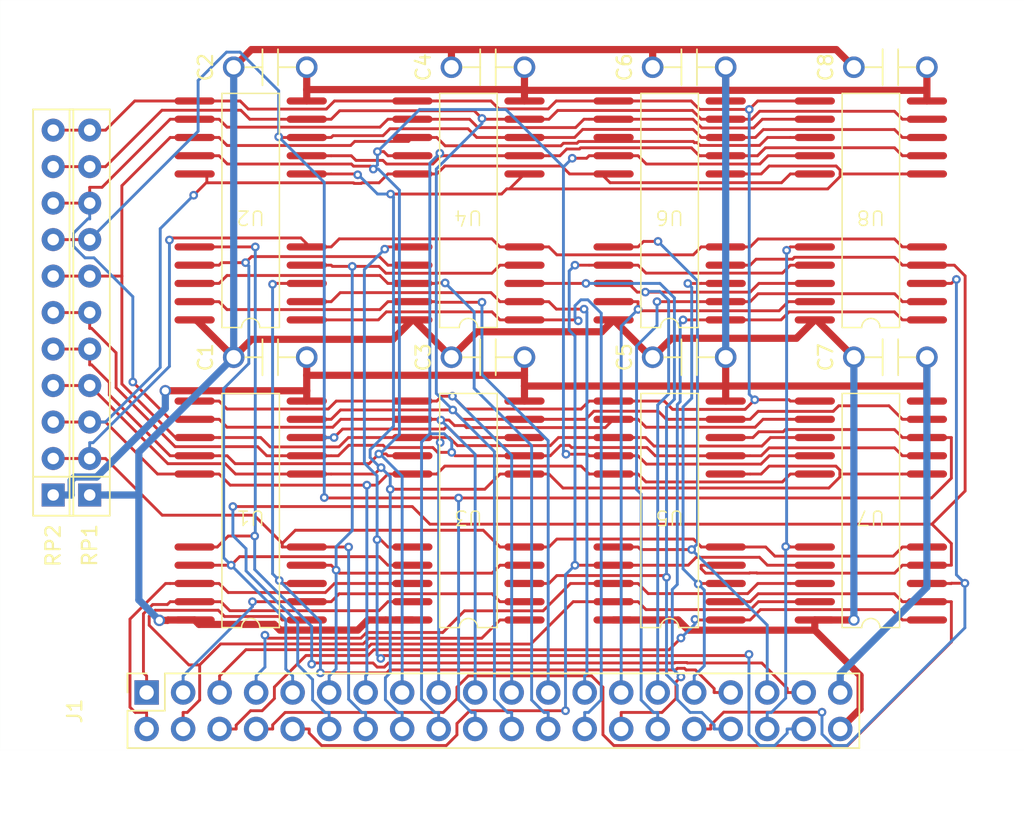
<source format=kicad_pcb>
(kicad_pcb (version 20241229) (generator "pcbnew") (generator_version "9.0")
  (layers (0 "F.Cu" signal) (2 "B.Cu" signal) (13 "F.Paste" user) (15 "B.Paste" user) (5 "F.SilkS" user "F.Silkscreen") (7 "B.SilkS" user "B.Silkscreen") (1 "F.Mask" user) (3 "B.Mask" user) (25 "Edge.Cuts" user))
  (net 0 "")
  (net 1 "/A2")
  (net 2 "/A0")
  (net 3 "/A3")
  (net 4 "/A5")
  (net 5 "/A9")
  (net 6 "/A6")
  (net 7 "/GND")
  (net 8 "/A4")
  (net 9 "/A7")
  (net 10 "/A1")
  (net 11 "/A8")
  (net 12 "/VCC")
  (net 13 "/U5-U6.~{W}")
  (net 14 "/U6-U8.DQ2")
  (net 15 "/U6-U8.DQ3")
  (net 16 "/U5-U7.DQ0")
  (net 17 "/U2-U4.DQ3")
  (net 18 "/U5-U7.DQ1")
  (net 19 "/U1-U2.~{OE}")
  (net 20 "/U2-U4.DQ0")
  (net 21 "/U2-U4.DQ1")
  (net 22 "/U1-4.~{RAS}")
  (net 23 "/U6-U8.DQ1")
  (net 24 "/U3-U4.~{W}")
  (net 25 "/U5-U6.~{OE}")
  (net 26 "/U5-U7.DQ2")
  (net 27 "/U3-U4.~{OE}")
  (net 28 "/U2-U4.DQ2")
  (net 29 "/U6-U8.DQ0")
  (net 30 "/U1-U3.DQ2")
  (net 31 "/U7-U8.~{W}")
  (net 32 "/U1-U3.DQ0")
  (net 33 "/U7-U8.~{OE}")
  (net 34 "/U5-8.~{RAS}")
  (net 35 "/U1-U3.DQ3")
  (net 36 "/U5-8.~{CAS}")
  (net 37 "/U5-U7.DQ3")
  (net 38 "/U1-4.~{CAS}")
  (net 39 "/U1-U2.~{W}")
  (net 40 "/U1-U3.DQ1")
  (footprint "!SMC:Capacitor" (layer "F.Cu") (at 154.97 70.7)
    (property "Reference" "C6")
    (property "Value" "100 nF")
  )
  (footprint "!SMC:Capacitor" (layer "F.Cu") (at 125.82 90.89)
    (property "Reference" "C1")
    (property "Value" "100 nF")
  )
  (footprint "!SMC:KM44C1000ALJ-7" (layer "F.Cu") (at 153.61 80.67 180)
    (property "Reference" "U6")
    (property "Value" "~")
  )
  (footprint "Resistor_THT:R_Array_SIP11" (layer "F.Cu") (at 113.26 100.48 90)
    (property "Reference" "RP1")
    (property "Value" "R_Network10")
  )
  (footprint "!SMC:Capacitor" (layer "F.Cu") (at 140.97 90.89)
    (property "Reference" "C3")
    (property "Value" "100 nF")
  )
  (footprint "!SMC:KM44C1000ALJ-7" (layer "F.Cu") (at 153.61 101.56 180)
    (property "Reference" "U5")
    (property "Value" "~")
  )
  (footprint "!SMC:KM44C1000ALJ-7" (layer "F.Cu") (at 139.61 80.67 180)
    (property "Reference" "U4")
    (property "Value" "~")
  )
  (footprint "!SMC:Capacitor" (layer "F.Cu") (at 168.97 70.7)
    (property "Reference" "C8")
    (property "Value" "100 nF")
  )
  (footprint "Resistor_THT:R_Array_SIP11" (layer "F.Cu") (at 110.72 100.48 90)
    (property "Reference" "RP2")
    (property "Value" "R_Network10")
  )
  (footprint "!SMC:KM44C1000ALJ-7" (layer "F.Cu") (at 124.46 80.67 180)
    (property "Reference" "U2")
    (property "Value" "~")
  )
  (footprint "Connector_PinHeader_2.54mm:PinHeader_2x20_P2.54mm_Vertical" (layer "F.Cu") (at 117.22 116.79 90)
    (property "Reference" "J1")
    (property "Value" "Conn_02x20_Odd_Even")
  )
  (footprint "!SMC:Capacitor" (layer "F.Cu") (at 140.97 70.7)
    (property "Reference" "C4")
    (property "Value" "100 nF")
  )
  (footprint "!SMC:KM44C1000ALJ-7" (layer "F.Cu") (at 139.61 101.56 180)
    (property "Reference" "U3")
    (property "Value" "~")
  )
  (footprint "!SMC:Capacitor" (layer "F.Cu") (at 125.82 70.7)
    (property "Reference" "C2")
    (property "Value" "100 nF")
  )
  (footprint "!SMC:KM44C1000ALJ-7" (layer "F.Cu") (at 167.61 101.56 180)
    (property "Reference" "U7")
    (property "Value" "~")
  )
  (footprint "!SMC:Capacitor" (layer "F.Cu") (at 154.97 90.89)
    (property "Reference" "C5")
    (property "Value" "100 nF")
  )
  (footprint "!SMC:Capacitor" (layer "F.Cu") (at 168.97 90.89)
    (property "Reference" "C7")
    (property "Value" "100 nF")
  )
  (footprint "!SMC:KM44C1000ALJ-7" (layer "F.Cu") (at 124.46 101.56 180)
    (property "Reference" "U1")
    (property "Value" "~")
  )
  (footprint "!SMC:KM44C1000ALJ-7" (layer "F.Cu") (at 167.61 80.67 180)
    (property "Reference" "U8")
    (property "Value" "~")
  )
  (gr_line (start 107.02 118.27) (end 107.02 66.02) (stroke (width 0.002)) (layer "Edge.Cuts"))
  (gr_line (start 178.27 118.27) (end 178.27 66.02) (stroke (width 0.002)) (layer "Edge.Cuts"))
  (gr_line (start 107.02 118.27) (end 178.27 118.27) (stroke (width 0.002)) (layer "Edge.Cuts"))
  (gr_line (start 107.02 66.02) (end 178.27 66.02) (stroke (width 0.002)) (layer "Edge.Cuts"))
  (segment (start 133.6723 75.4628) (end 130.1889 75.4628) (width 0.2) (layer "F.Cu") (net 1))
  (segment (start 157.51 75.59) (end 155.8083 75.59) (width 0.2) (layer "F.Cu") (net 1))
  (segment (start 158.0292 75.59) (end 158.5484 75.59) (width 0.2) (layer "F.Cu") (net 1))
  (segment (start 139.5871 74.9835) (end 134.1516 74.9835) (width 0.2) (layer "F.Cu") (net 1))
  (segment (start 173.2117 99.3089) (end 173.2117 96.48) (width 0.2) (layer "F.Cu") (net 1))
  (segment (start 171.8339 100.6867) (end 173.2117 99.3089) (width 0.2) (layer "F.Cu") (net 1))
  (segment (start 126.6583 75.59) (end 126.6143 75.546) (width 0.2) (layer "F.Cu") (net 1))
  (segment (start 134.1516 74.9835) (end 133.6723 75.4628) (width 0.2) (layer "F.Cu") (net 1))
  (segment (start 130.2621 96.48) (end 130.8529 95.8892) (width 0.2) (layer "F.Cu") (net 1))
  (segment (start 147.0005 75.59) (end 147.5617 75.0288) (width 0.2) (layer "F.Cu") (net 1))
  (segment (start 161.5091 96.0783) (end 159.8115 96.0783) (width 0.2) (layer "F.Cu") (net 1))
  (segment (start 169.2566 75.0383) (end 169.8083 75.59) (width 0.2) (layer "F.Cu") (net 1))
  (segment (start 138.0761 95.7305) (end 138.1587 95.7305) (width 0.2) (layer "F.Cu") (net 1))
  (segment (start 159.5769 75.59) (end 160.1286 75.0383) (width 0.2) (layer "F.Cu") (net 1))
  (segment (start 160.1286 75.0383) (end 169.2566 75.0383) (width 0.2) (layer "F.Cu") (net 1))
  (segment (start 143.51 75.59) (end 147.0005 75.59) (width 0.2) (layer "F.Cu") (net 1))
  (segment (start 138.9082 96.48) (end 143.51 96.48) (width 0.2) (layer "F.Cu") (net 1))
  (segment (start 141.8083 75.59) (end 140.1936 75.59) (width 0.2) (layer "F.Cu") (net 1))
  (segment (start 147.5617 75.0288) (end 155.2471 75.0288) (width 0.2) (layer "F.Cu") (net 1))
  (segment (start 126.6143 75.546) (end 126.409 75.546) (width 0.2) (layer "F.Cu") (net 1))
  (segment (start 169.8083 96.48) (end 169.2528 95.9245) (width 0.2) (layer "F.Cu") (net 1))
  (segment (start 137.9174 95.8892) (end 138.0761 95.7305) (width 0.2) (layer "F.Cu") (net 1))
  (segment (start 128.36 96.48) (end 130.2621 96.48) (width 0.2) (layer "F.Cu") (net 1))
  (segment (start 138.9265 100.6867) (end 171.8339 100.6867) (width 0.2) (layer "F.Cu") (net 1))
  (segment (start 159.8115 96.0783) (end 159.4098 96.48) (width 0.2) (layer "F.Cu") (net 1))
  (segment (start 138.9265 100.6867) (end 129.6075 100.6867) (width 0.2) (layer "F.Cu") (net 1))
  (segment (start 127.5092 75.59) (end 126.6583 75.59) (width 0.2) (layer "F.Cu") (net 1))
  (segment (start 161.6629 95.9245) (end 161.5091 96.0783) (width 0.2) (layer "F.Cu") (net 1))
  (segment (start 169.2528 95.9245) (end 161.6629 95.9245) (width 0.2) (layer "F.Cu") (net 1))
  (segment (start 140.1936 75.59) (end 139.5871 74.9835) (width 0.2) (layer "F.Cu") (net 1))
  (segment (start 129.6075 100.6867) (end 129.5797 100.6589) (width 0.2) (layer "F.Cu") (net 1))
  (segment (start 158.0292 75.59) (end 157.51 75.59) (width 0.2) (layer "F.Cu") (net 1))
  (segment (start 130.1889 75.4628) (end 130.0617 75.59) (width 0.2) (layer "F.Cu") (net 1))
  (segment (start 170.6592 75.59) (end 171.51 75.59) (width 0.2) (layer "F.Cu") (net 1))
  (segment (start 142.6592 75.59) (end 143.51 75.59) (width 0.2) (layer "F.Cu") (net 1))
  (segment (start 170.6592 75.59) (end 169.8083 75.59) (width 0.2) (layer "F.Cu") (net 1))
  (segment (start 142.6592 75.59) (end 141.8083 75.59) (width 0.2) (layer "F.Cu") (net 1))
  (segment (start 155.2471 75.0288) (end 155.8083 75.59) (width 0.2) (layer "F.Cu") (net 1))
  (segment (start 110.72 82.7) (end 113.26 82.7) (width 0.2) (layer "F.Cu") (net 1))
  (segment (start 172.3609 96.48) (end 171.51 96.48) (width 0.2) (layer "F.Cu") (net 1))
  (segment (start 130.8529 95.8892) (end 137.9174 95.8892) (width 0.2) (layer "F.Cu") (net 1))
  (segment (start 171.51 96.48) (end 169.8083 96.48) (width 0.2) (layer "F.Cu") (net 1))
  (segment (start 127.5092 75.59) (end 128.36 75.59) (width 0.2) (layer "F.Cu") (net 1))
  (segment (start 158.5484 75.59) (end 159.5769 75.59) (width 0.2) (layer "F.Cu") (net 1))
  (segment (start 138.1587 95.7305) (end 138.9082 96.48) (width 0.2) (layer "F.Cu") (net 1))
  (segment (start 128.36 75.59) (end 130.0617 75.59) (width 0.2) (layer "F.Cu") (net 1))
  (segment (start 172.3609 96.48) (end 173.2117 96.48) (width 0.2) (layer "F.Cu") (net 1))
  (segment (start 159.4098 96.48) (end 157.51 96.48) (width 0.2) (layer "F.Cu") (net 1))
  (via (at 138.9265 100.6867) (size 0.6) (drill 0.3) (layers "F.Cu" "B.Cu") (net 1))
  (via (at 129.5797 100.6589) (size 0.6) (drill 0.3) (layers "F.Cu" "B.Cu") (net 1))
  (via (at 126.409 75.546) (size 0.6) (drill 0.3) (layers "F.Cu" "B.Cu") (net 1))
  (via (at 130.2621 96.48) (size 0.6) (drill 0.3) (layers "F.Cu" "B.Cu") (net 1))
  (segment (start 120.8031 75.1569) (end 120.8031 71.6234) (width 0.2) (layer "B.Cu") (net 1))
  (segment (start 140.08 116.77) (end 140.08 115.6183) (width 0.2) (layer "B.Cu") (net 1))
  (segment (start 138.9265 114.7333) (end 139.8115 115.6183) (width 0.2) (layer "B.Cu") (net 1))
  (segment (start 120.8031 71.6234) (end 122.7782 69.6483) (width 0.2) (layer "B.Cu") (net 1))
  (segment (start 113.26 82.7) (end 120.8031 75.1569) (width 0.2) (layer "B.Cu") (net 1))
  (segment (start 126.409 72.338) (end 126.409 75.546) (width 0.2) (layer "B.Cu") (net 1))
  (segment (start 138.9265 100.6867) (end 138.9265 114.7333) (width 0.2) (layer "B.Cu") (net 1))
  (segment (start 129.5797 78.7167) (end 126.409 75.546) (width 0.2) (layer "B.Cu") (net 1))
  (segment (start 129.5797 96.48) (end 129.5797 78.7167) (width 0.2) (layer "B.Cu") (net 1))
  (segment (start 122.7782 69.6483) (end 123.7193 69.6483) (width 0.2) (layer "B.Cu") (net 1))
  (segment (start 139.8115 115.6183) (end 140.08 115.6183) (width 0.2) (layer "B.Cu") (net 1))
  (segment (start 129.5797 96.48) (end 130.2621 96.48) (width 0.2) (layer "B.Cu") (net 1))
  (segment (start 129.5797 100.6589) (end 129.5797 96.48) (width 0.2) (layer "B.Cu") (net 1))
  (segment (start 123.7193 69.6483) (end 126.409 72.338) (width 0.2) (layer "B.Cu") (net 1))
  (segment (start 159.9796 78.13) (end 160.5313 77.5783) (width 0.2) (layer "F.Cu") (net 2))
  (segment (start 113.26 92.86) (end 118.7018 98.3018) (width 0.2) (layer "F.Cu") (net 2))
  (segment (start 160.5313 77.5783) (end 165.1973 77.5783) (width 0.2) (layer "F.Cu") (net 2))
  (segment (start 140.75 100.0783) (end 134.1705 100.0783) (width 0.2) (layer "F.Cu") (net 2))
  (segment (start 128.36 78.13) (end 130.0617 78.13) (width 0.2) (layer "F.Cu") (net 2))
  (segment (start 129.2109 99.02) (end 130.0617 99.02) (width 0.2) (layer "F.Cu") (net 2))
  (segment (start 142.2707 79.1742) (end 141.9174 79.5275) (width 0.2) (layer "F.Cu") (net 2))
  (segment (start 165.4731 78.3048) (end 165.4731 78.13) (width 0.2) (layer "F.Cu") (net 2))
  (segment (start 165.1973 77.5783) (end 165.4731 77.8541) (width 0.2) (layer "F.Cu") (net 2))
  (segment (start 157.51 99.02) (end 159.2117 99.02) (width 0.2) (layer "F.Cu") (net 2))
  (segment (start 160.5313 98.4683) (end 165.1768 98.4683) (width 0.2) (layer "F.Cu") (net 2))
  (segment (start 164.6903 99.993) (end 146.1847 99.993) (width 0.2) (layer "F.Cu") (net 2))
  (segment (start 141.9174 79.5275) (end 134.1969 79.5275) (width 0.2) (layer "F.Cu") (net 2))
  (segment (start 165.4731 77.8541) (end 165.4731 78.13) (width 0.2) (layer "F.Cu") (net 2))
  (segment (start 165.4526 98.7441) (end 165.4526 99.02) (width 0.2) (layer "F.Cu") (net 2))
  (segment (start 142.2707 79.1742) (end 164.6037 79.1742) (width 0.2) (layer "F.Cu") (net 2))
  (segment (start 159.9796 99.02) (end 160.5313 98.4683) (width 0.2) (layer "F.Cu") (net 2))
  (segment (start 159.2117 78.13) (end 159.9796 78.13) (width 0.2) (layer "F.Cu") (net 2))
  (segment (start 159.2117 99.02) (end 159.9796 99.02) (width 0.2) (layer "F.Cu") (net 2))
  (segment (start 143.51 99.02) (end 145.2117 99.02) (width 0.2) (layer "F.Cu") (net 2))
  (segment (start 131.8477 78.13) (end 131.906 78.1883) (width 0.2) (layer "F.Cu") (net 2))
  (segment (start 123.4071 99.02) (end 128.36 99.02) (width 0.2) (layer "F.Cu") (net 2))
  (segment (start 157.51 78.13) (end 159.2117 78.13) (width 0.2) (layer "F.Cu") (net 2))
  (segment (start 118.7018 98.3018) (end 122.6889 98.3018) (width 0.2) (layer "F.Cu") (net 2))
  (segment (start 122.6889 98.3018) (end 123.4071 99.02) (width 0.2) (layer "F.Cu") (net 2))
  (segment (start 165.4731 78.13) (end 169.8083 78.13) (width 0.2) (layer "F.Cu") (net 2))
  (segment (start 141.8083 99.02) (end 140.75 100.0783) (width 0.2) (layer "F.Cu") (net 2))
  (segment (start 130.0617 99.02) (end 133.0893 99.02) (width 0.2) (layer "F.Cu") (net 2))
  (segment (start 142.4658 79.1742) (end 143.51 78.13) (width 0.2) (layer "F.Cu") (net 2))
  (segment (start 129.2109 99.02) (end 128.36 99.02) (width 0.2) (layer "F.Cu") (net 2))
  (segment (start 146.1847 99.993) (end 145.2117 99.02) (width 0.2) (layer "F.Cu") (net 2))
  (segment (start 165.4526 99.02) (end 165.4526 99.2307) (width 0.2) (layer "F.Cu") (net 2))
  (segment (start 171.51 78.13) (end 169.8083 78.13) (width 0.2) (layer "F.Cu") (net 2))
  (segment (start 171.51 99.02) (end 169.8083 99.02) (width 0.2) (layer "F.Cu") (net 2))
  (segment (start 143.51 99.02) (end 141.8083 99.02) (width 0.2) (layer "F.Cu") (net 2))
  (segment (start 133.0893 99.02) (end 133.5349 98.5744) (width 0.2) (layer "F.Cu") (net 2))
  (segment (start 164.6037 79.1742) (end 165.4731 78.3048) (width 0.2) (layer "F.Cu") (net 2))
  (segment (start 142.2707 79.1742) (end 142.4658 79.1742) (width 0.2) (layer "F.Cu") (net 2))
  (segment (start 165.4526 99.2307) (end 164.6903 99.993) (width 0.2) (layer "F.Cu") (net 2))
  (segment (start 165.1768 98.4683) (end 165.4526 98.7441) (width 0.2) (layer "F.Cu") (net 2))
  (segment (start 165.4526 99.02) (end 169.8083 99.02) (width 0.2) (layer "F.Cu") (net 2))
  (segment (start 110.72 92.86) (end 113.26 92.86) (width 0.2) (layer "F.Cu") (net 2))
  (segment (start 130.0617 78.13) (end 131.8477 78.13) (width 0.2) (layer "F.Cu") (net 2))
  (via (at 134.1969 79.5275) (size 0.6) (drill 0.3) (layers "F.Cu" "B.Cu") (net 2))
  (via (at 133.5349 98.5744) (size 0.6) (drill 0.3) (layers "F.Cu" "B.Cu") (net 2))
  (via (at 131.906 78.1883) (size 0.6) (drill 0.3) (layers "F.Cu" "B.Cu") (net 2))
  (via (at 134.1705 100.0783) (size 0.6) (drill 0.3) (layers "F.Cu" "B.Cu") (net 2))
  (segment (start 131.8893 78.13) (end 131.8893 78.1316) (width 0.2) (layer "B.Cu") (net 2))
  (segment (start 134.1705 100.0783) (end 134.1705 99.21) (width 0.2) (layer "B.Cu") (net 2))
  (segment (start 134.1969 79.5275) (end 133.2868 79.5275) (width 0.2) (layer "B.Cu") (net 2))
  (segment (start 134.1705 112.8649) (end 134.1705 100.0783) (width 0.2) (layer "B.Cu") (net 2))
  (segment (start 134.1969 79.5275) (end 134.3971 79.7277) (width 0.2) (layer "B.Cu") (net 2))
  (segment (start 134.3971 95.6979) (end 132.7719 97.3231) (width 0.2) (layer "B.Cu") (net 2))
  (segment (start 135 116.77) (end 135 115.6183) (width 0.2) (layer "B.Cu") (net 2))
  (segment (start 132.7719 97.8733) (end 133.473 98.5744) (width 0.2) (layer "B.Cu") (net 2))
  (segment (start 132.7719 97.3231) (end 132.7719 97.8733) (width 0.2) (layer "B.Cu") (net 2))
  (segment (start 134.7121 115.6183) (end 133.8345 114.7407) (width 0.2) (layer "B.Cu") (net 2))
  (segment (start 133.8345 113.2009) (end 134.1705 112.8649) (width 0.2) (layer "B.Cu") (net 2))
  (segment (start 133.8345 114.7407) (end 133.8345 113.2009) (width 0.2) (layer "B.Cu") (net 2))
  (segment (start 134.1705 99.21) (end 133.5349 98.5744) (width 0.2) (layer "B.Cu") (net 2))
  (segment (start 133.473 98.5744) (end 133.5349 98.5744) (width 0.2) (layer "B.Cu") (net 2))
  (segment (start 134.3971 79.7277) (end 134.3971 95.6979) (width 0.2) (layer "B.Cu") (net 2))
  (segment (start 133.2868 79.5275) (end 131.8893 78.13) (width 0.2) (layer "B.Cu") (net 2))
  (segment (start 131.8893 78.1316) (end 131.906 78.1483) (width 0.2) (layer "B.Cu") (net 2))
  (segment (start 131.906 78.1483) (end 131.906 78.1883) (width 0.2) (layer "B.Cu") (net 2))
  (segment (start 135 115.6183) (end 134.7121 115.6183) (width 0.2) (layer "B.Cu") (net 2))
  (segment (start 165.3742 94.2727) (end 164.9888 94.6581) (width 0.2) (layer "F.Cu") (net 3))
  (segment (start 129.2109 74.32) (end 130.0617 74.32) (width 0.2) (layer "F.Cu") (net 3))
  (segment (start 130.712 94.5597) (end 130.0617 95.21) (width 0.2) (layer "F.Cu") (net 3))
  (segment (start 164.9888 94.6581) (end 164.9888 94.6582) (width 0.2) (layer "F.Cu") (net 3))
  (segment (start 159.7635 94.6582) (end 159.2117 95.21) (width 0.2) (layer "F.Cu") (net 3))
  (segment (start 171.51 74.32) (end 169.8083 74.32) (width 0.2) (layer "F.Cu") (net 3))
  (segment (start 140.6069 74.32) (end 140.5553 74.2684) (width 0.2) (layer "F.Cu") (net 3))
  (segment (start 144.3609 74.32) (end 145.2117 74.32) (width 0.2) (layer "F.Cu") (net 3))
  (segment (start 143.51 95.21) (end 147.7797 95.21) (width 0.2) (layer "F.Cu") (net 3))
  (segment (start 159.8717 73.7646) (end 159.3163 74.32) (width 0.2) (layer "F.Cu") (net 3))
  (segment (start 145.8224 73.7093) (end 145.2117 74.32) (width 0.2) (layer "F.Cu") (net 3))
  (segment (start 157.51 74.32) (end 155.8083 74.32) (width 0.2) (layer "F.Cu") (net 3))
  (segment (start 171.51 95.21) (end 169.8083 95.21) (width 0.2) (layer "F.Cu") (net 3))
  (segment (start 158.3609 74.32) (end 159.2117 74.32) (width 0.2) (layer "F.Cu") (net 3))
  (segment (start 123.7746 73.6941) (end 118.2876 73.6941) (width 0.2) (layer "F.Cu") (net 3))
  (segment (start 143.51 74.32) (end 140.6069 74.32) (width 0.2) (layer "F.Cu") (net 3))
  (segment (start 157.51 95.21) (end 159.2117 95.21) (width 0.2) (layer "F.Cu") (net 3))
  (segment (start 139.1737 95.21) (end 138.5234 94.5597) (width 0.2) (layer "F.Cu") (net 3))
  (segment (start 155.8083 74.32) (end 155.1976 73.7093) (width 0.2) (layer "F.Cu") (net 3))
  (segment (start 159.3163 74.32) (end 159.2117 74.32) (width 0.2) (layer "F.Cu") (net 3))
  (segment (start 164.9888 94.6582) (end 159.7635 94.6582) (width 0.2) (layer "F.Cu") (net 3))
  (segment (start 155.1976 73.7093) (end 145.8224 73.7093) (width 0.2) (layer "F.Cu") (net 3))
  (segment (start 140.0146 73.7277) (end 130.654 73.7277) (width 0.2) (layer "F.Cu") (net 3))
  (segment (start 142.6592 95.21) (end 141.8083 95.21) (width 0.2) (layer "F.Cu") (net 3))
  (segment (start 113.26 77.62) (end 114.3617 77.62) (width 0.2) (layer "F.Cu") (net 3))
  (segment (start 110.72 77.62) (end 113.26 77.62) (width 0.2) (layer "F.Cu") (net 3))
  (segment (start 124.4005 74.32) (end 123.7746 73.6941) (width 0.2) (layer "F.Cu") (net 3))
  (segment (start 152.8167 94.6454) (end 153.3813 95.21) (width 0.2) (layer "F.Cu") (net 3))
  (segment (start 138.5234 94.5597) (end 130.712 94.5597) (width 0.2) (layer "F.Cu") (net 3))
  (segment (start 169.8083 74.32) (end 169.2529 73.7646) (width 0.2) (layer "F.Cu") (net 3))
  (segment (start 169.2529 73.7646) (end 159.8717 73.7646) (width 0.2) (layer "F.Cu") (net 3))
  (segment (start 169.8083 95.21) (end 168.871 94.2727) (width 0.2) (layer "F.Cu") (net 3))
  (segment (start 118.2876 73.6941) (end 114.3617 77.62) (width 0.2) (layer "F.Cu") (net 3))
  (segment (start 147.7797 95.21) (end 148.3443 94.6454) (width 0.2) (layer "F.Cu") (net 3))
  (segment (start 128.36 74.32) (end 124.4005 74.32) (width 0.2) (layer "F.Cu") (net 3))
  (segment (start 144.3609 74.32) (end 143.51 74.32) (width 0.2) (layer "F.Cu") (net 3))
  (segment (start 148.3443 94.6454) (end 152.8167 94.6454) (width 0.2) (layer "F.Cu") (net 3))
  (segment (start 142.6592 95.21) (end 143.51 95.21) (width 0.2) (layer "F.Cu") (net 3))
  (segment (start 153.3813 95.21) (end 157.51 95.21) (width 0.2) (layer "F.Cu") (net 3))
  (segment (start 130.654 73.7277) (end 130.0617 74.32) (width 0.2) (layer "F.Cu") (net 3))
  (segment (start 158.3609 74.32) (end 157.51 74.32) (width 0.2) (layer "F.Cu") (net 3))
  (segment (start 168.871 94.2727) (end 165.3742 94.2727) (width 0.2) (layer "F.Cu") (net 3))
  (segment (start 141.8083 95.21) (end 139.1737 95.21) (width 0.2) (layer "F.Cu") (net 3))
  (segment (start 128.36 95.21) (end 130.0617 95.21) (width 0.2) (layer "F.Cu") (net 3))
  (segment (start 129.2109 74.32) (end 128.36 74.32) (width 0.2) (layer "F.Cu") (net 3))
  (segment (start 140.5553 74.2684) (end 140.0146 73.7277) (width 0.2) (layer "F.Cu") (net 3))
  (via (at 138.5234 94.5597) (size 0.6) (drill 0.3) (layers "F.Cu" "B.Cu") (net 3))
  (via (at 140.5553 74.2684) (size 0.6) (drill 0.3) (layers "F.Cu" "B.Cu") (net 3))
  (segment (start 141.4209 114.7071) (end 141.4209 97.4572) (width 0.2) (layer "B.Cu") (net 3))
  (segment (start 142.62 116.77) (end 142.62 115.6183) (width 0.2) (layer "B.Cu") (net 3))
  (segment (start 141.4209 97.4572) (end 138.5234 94.5597) (width 0.2) (layer "B.Cu") (net 3))
  (segment (start 142.3321 115.6183) (end 141.4209 114.7071) (width 0.2) (layer "B.Cu") (net 3))
  (segment (start 137.3768 77.7859) (end 140.5553 74.6074) (width 0.2) (layer "B.Cu") (net 3))
  (segment (start 140.5553 74.6074) (end 140.5553 74.2684) (width 0.2) (layer "B.Cu") (net 3))
  (segment (start 137.3768 93.4131) (end 137.3768 77.7859) (width 0.2) (layer "B.Cu") (net 3))
  (segment (start 138.5234 94.5597) (end 137.3768 93.4131) (width 0.2) (layer "B.Cu") (net 3))
  (segment (start 142.62 115.6183) (end 142.3321 115.6183) (width 0.2) (layer "B.Cu") (net 3))
  (segment (start 133.4566 74.8717) (end 122.8134 74.8717) (width 0.2) (layer "F.Cu") (net 4))
  (segment (start 139.6918 74.32) (end 135.71 74.32) (width 0.2) (layer "F.Cu") (net 4))
  (segment (start 139.4739 95.7868) (end 139.3316 95.6445) (width 0.2) (layer "F.Cu") (net 4))
  (segment (start 159.4528 74.927) (end 155.8472 74.927) (width 0.2) (layer "F.Cu") (net 4))
  (segment (start 134.8592 74.32) (end 134.0083 74.32) (width 0.2) (layer "F.Cu") (net 4))
  (segment (start 119.7092 74.32) (end 120.56 74.32) (width 0.2) (layer "F.Cu") (net 4))
  (segment (start 120.56 95.21) (end 118.857 95.21) (width 0.2) (layer "F.Cu") (net 4))
  (segment (start 163.71 74.32) (end 160.0598 74.32) (width 0.2) (layer "F.Cu") (net 4))
  (segment (start 122.2617 95.21) (end 122.8135 95.7618) (width 0.2) (layer "F.Cu") (net 4))
  (segment (start 162.0083 95.21) (end 160.1118 95.21) (width 0.2) (layer "F.Cu") (net 4))
  (segment (start 120.56 74.32) (end 122.2617 74.32) (width 0.2) (layer "F.Cu") (net 4))
  (segment (start 110.72 80.16) (end 113.26 80.16) (width 0.2) (layer "F.Cu") (net 4))
  (segment (start 149.71 95.21) (end 149.1332 95.7868) (width 0.2) (layer "F.Cu") (net 4))
  (segment (start 120.56 95.21) (end 122.2617 95.21) (width 0.2) (layer "F.Cu") (net 4))
  (segment (start 160.0598 74.32) (end 159.4528 74.927) (width 0.2) (layer "F.Cu") (net 4))
  (segment (start 155.2402 74.32) (end 149.71 74.32) (width 0.2) (layer "F.Cu") (net 4))
  (segment (start 149.1332 95.7868) (end 139.4739 95.7868) (width 0.2) (layer "F.Cu") (net 4))
  (segment (start 147.6493 74.32) (end 147.0687 74.9006) (width 0.2) (layer "F.Cu") (net 4))
  (segment (start 151.9635 95.7618) (end 151.4117 95.21) (width 0.2) (layer "F.Cu") (net 4))
  (segment (start 122.8135 95.7618) (end 130.1753 95.7618) (width 0.2) (layer "F.Cu") (net 4))
  (segment (start 159.56 95.7618) (end 151.9635 95.7618) (width 0.2) (layer "F.Cu") (net 4))
  (segment (start 138.259 95.2628) (end 137.6926 95.2628) (width 0.2) (layer "F.Cu") (net 4))
  (segment (start 149.71 74.32) (end 148.0083 74.32) (width 0.2) (layer "F.Cu") (net 4))
  (segment (start 114.12 79.0583) (end 113.26 79.0583) (width 0.2) (layer "F.Cu") (net 4))
  (segment (start 122.8134 74.8717) (end 122.2617 74.32) (width 0.2) (layer "F.Cu") (net 4))
  (segment (start 130.7271 95.21) (end 135.71 95.21) (width 0.2) (layer "F.Cu") (net 4))
  (segment (start 134.0083 74.32) (end 133.4566 74.8717) (width 0.2) (layer "F.Cu") (net 4))
  (segment (start 155.8472 74.927) (end 155.2402 74.32) (width 0.2) (layer "F.Cu") (net 4))
  (segment (start 119.7092 74.32) (end 118.8583 74.32) (width 0.2) (layer "F.Cu") (net 4))
  (segment (start 160.1118 95.21) (end 159.56 95.7618) (width 0.2) (layer "F.Cu") (net 4))
  (segment (start 134.8592 74.32) (end 135.71 74.32) (width 0.2) (layer "F.Cu") (net 4))
  (segment (start 140.2724 74.9006) (end 139.6918 74.32) (width 0.2) (layer "F.Cu") (net 4))
  (segment (start 147.0687 74.9006) (end 140.2724 74.9006) (width 0.2) (layer "F.Cu") (net 4))
  (segment (start 113.26 80.16) (end 113.26 79.0583) (width 0.2) (layer "F.Cu") (net 4))
  (segment (start 163.71 95.21) (end 162.0083 95.21) (width 0.2) (layer "F.Cu") (net 4))
  (segment (start 138.6407 95.6445) (end 138.259 95.2628) (width 0.2) (layer "F.Cu") (net 4))
  (segment (start 137.6398 95.21) (end 137.6926 95.2628) (width 0.2) (layer "F.Cu") (net 4))
  (segment (start 135.71 95.21) (end 137.6398 95.21) (width 0.2) (layer "F.Cu") (net 4))
  (segment (start 118.8583 74.32) (end 114.12 79.0583) (width 0.2) (layer "F.Cu") (net 4))
  (segment (start 130.1753 95.7618) (end 130.7271 95.21) (width 0.2) (layer "F.Cu") (net 4))
  (segment (start 118.857 95.21) (end 116.2601 92.6131) (width 0.2) (layer "F.Cu") (net 4))
  (segment (start 148.0083 74.32) (end 147.6493 74.32) (width 0.2) (layer "F.Cu") (net 4))
  (segment (start 149.71 95.21) (end 151.4117 95.21) (width 0.2) (layer "F.Cu") (net 4))
  (segment (start 139.3316 95.6445) (end 138.6407 95.6445) (width 0.2) (layer "F.Cu") (net 4))
  (via (at 116.2601 92.6131) (size 0.6) (drill 0.3) (layers "F.Cu" "B.Cu") (net 4))
  (via (at 137.6926 95.2628) (size 0.6) (drill 0.3) (layers "F.Cu" "B.Cu") (net 4))
  (segment (start 112.1287 83.1624) (end 112.9363 83.97) (width 0.2) (layer "B.Cu") (net 4))
  (segment (start 112.9363 83.97) (end 113.5593 83.97) (width 0.2) (layer "B.Cu") (net 4))
  (segment (start 113.26 80.16) (end 113.26 81.2617) (width 0.2) (layer "B.Cu") (net 4))
  (segment (start 140.08 97.6502) (end 137.6926 95.2628) (width 0.2) (layer "B.Cu") (net 4))
  (segment (start 140.08 114.23) (end 140.08 113.0783) (width 0.2) (layer "B.Cu") (net 4))
  (segment (start 113.26 81.2617) (end 113.1223 81.2617) (width 0.2) (layer "B.Cu") (net 4))
  (segment (start 113.1223 81.2617) (end 112.1287 82.2553) (width 0.2) (layer "B.Cu") (net 4))
  (segment (start 140.08 113.0783) (end 140.08 97.6502) (width 0.2) (layer "B.Cu") (net 4))
  (segment (start 116.2601 86.6708) (end 116.2601 92.6131) (width 0.2) (layer "B.Cu") (net 4))
  (segment (start 113.5593 83.97) (end 116.2601 86.6708) (width 0.2) (layer "B.Cu") (net 4))
  (segment (start 112.1287 82.2553) (end 112.1287 83.1624) (width 0.2) (layer "B.Cu") (net 4))
  (segment (start 141.8083 83.21) (end 141.2486 82.6503) (width 0.2) (layer "F.Cu") (net 5))
  (segment (start 157.51 83.21) (end 155.8083 83.21) (width 0.2) (layer "F.Cu") (net 5))
  (segment (start 128.36 104.1) (end 131.2753 104.1) (width 0.2) (layer "F.Cu") (net 5))
  (segment (start 169.2565 82.6582) (end 169.8083 83.21) (width 0.2) (layer "F.Cu") (net 5))
  (segment (start 118.3086 101.8869) (end 124.702 101.8869) (width 0.2) (layer "F.Cu") (net 5))
  (segment (start 156.6592 104.1) (end 157.51 104.1) (width 0.2) (layer "F.Cu") (net 5))
  (segment (start 141.2486 82.6503) (end 130.6214 82.6503) (width 0.2) (layer "F.Cu") (net 5))
  (segment (start 157.51 104.1) (end 160.2943 104.1) (width 0.2) (layer "F.Cu") (net 5))
  (segment (start 160.2943 104.1) (end 160.9292 104.7349) (width 0.2) (layer "F.Cu") (net 5))
  (segment (start 110.72 97.94) (end 113.26 97.94) (width 0.2) (layer "F.Cu") (net 5))
  (segment (start 145.2117 83.21) (end 145.7634 83.7617) (width 0.2) (layer "F.Cu") (net 5))
  (segment (start 145.7634 83.7617) (end 155.2566 83.7617) (width 0.2) (layer "F.Cu") (net 5))
  (segment (start 155.8083 104.1) (end 155.8083 104.0876) (width 0.2) (layer "F.Cu") (net 5))
  (segment (start 128.36 83.21) (end 128.5848 83.21) (width 0.2) (layer "F.Cu") (net 5))
  (segment (start 127.961 82.5862) (end 128.5848 83.21) (width 0.2) (layer "F.Cu") (net 5))
  (segment (start 142.6592 83.21) (end 143.51 83.21) (width 0.2) (layer "F.Cu") (net 5))
  (segment (start 126.6583 103.8432) (end 127.5686 102.9329) (width 0.2) (layer "F.Cu") (net 5))
  (segment (start 155.2683 103.5476) (end 145.7641 103.5476) (width 0.2) (layer "F.Cu") (net 5))
  (segment (start 124.702 101.8869) (end 126.6583 103.8432) (width 0.2) (layer "F.Cu") (net 5))
  (segment (start 156.6592 104.1) (end 155.8083 104.1) (width 0.2) (layer "F.Cu") (net 5))
  (segment (start 155.2566 83.7617) (end 155.8083 83.21) (width 0.2) (layer "F.Cu") (net 5))
  (segment (start 140.6412 102.9329) (end 141.8083 104.1) (width 0.2) (layer "F.Cu") (net 5))
  (segment (start 171.51 83.21) (end 169.8083 83.21) (width 0.2) (layer "F.Cu") (net 5))
  (segment (start 127.5686 102.9329) (end 140.6412 102.9329) (width 0.2) (layer "F.Cu") (net 5))
  (segment (start 129.2109 83.21) (end 128.5848 83.21) (width 0.2) (layer "F.Cu") (net 5))
  (segment (start 143.51 104.1) (end 141.8083 104.1) (width 0.2) (layer "F.Cu") (net 5))
  (segment (start 129.2109 83.21) (end 130.0617 83.21) (width 0.2) (layer "F.Cu") (net 5))
  (segment (start 145.7641 103.5476) (end 145.2117 104.1) (width 0.2) (layer "F.Cu") (net 5))
  (segment (start 160.9292 104.7349) (end 169.1734 104.7349) (width 0.2) (layer "F.Cu") (net 5))
  (segment (start 159.7635 82.6582) (end 169.2565 82.6582) (width 0.2) (layer "F.Cu") (net 5))
  (segment (start 171.51 104.1) (end 169.8083 104.1) (width 0.2) (layer "F.Cu") (net 5))
  (segment (start 143.51 83.21) (end 145.2117 83.21) (width 0.2) (layer "F.Cu") (net 5))
  (segment (start 128.36 104.1) (end 126.6583 104.1) (width 0.2) (layer "F.Cu") (net 5))
  (segment (start 118.8084 82.7282) (end 118.9504 82.5862) (width 0.2) (layer "F.Cu") (net 5))
  (segment (start 142.6592 83.21) (end 141.8083 83.21) (width 0.2) (layer "F.Cu") (net 5))
  (segment (start 157.51 83.21) (end 159.2117 83.21) (width 0.2) (layer "F.Cu") (net 5))
  (segment (start 126.6583 104.1) (end 126.6583 103.8432) (width 0.2) (layer "F.Cu") (net 5))
  (segment (start 169.1734 104.7349) (end 169.8083 104.1) (width 0.2) (layer "F.Cu") (net 5))
  (segment (start 155.8083 104.0876) (end 155.2683 103.5476) (width 0.2) (layer "F.Cu") (net 5))
  (segment (start 143.51 104.1) (end 145.2117 104.1) (width 0.2) (layer "F.Cu") (net 5))
  (segment (start 130.6214 82.6503) (end 130.0617 83.21) (width 0.2) (layer "F.Cu") (net 5))
  (segment (start 159.2117 83.21) (end 159.7635 82.6582) (width 0.2) (layer "F.Cu") (net 5))
  (segment (start 118.9504 82.5862) (end 127.961 82.5862) (width 0.2) (layer "F.Cu") (net 5))
  (segment (start 113.26 97.94) (end 114.3617 97.94) (width 0.2) (layer "F.Cu") (net 5))
  (segment (start 114.3617 97.94) (end 118.3086 101.8869) (width 0.2) (layer "F.Cu") (net 5))
  (via (at 118.8084 82.7282) (size 0.6) (drill 0.3) (layers "F.Cu" "B.Cu") (net 5))
  (via (at 131.2753 104.1) (size 0.6) (drill 0.3) (layers "F.Cu" "B.Cu") (net 5))
  (segment (start 132.46 116.77) (end 132.46 115.6183) (width 0.2) (layer "B.Cu") (net 5))
  (segment (start 113.26 96.8383) (end 113.4938 96.8383) (width 0.2) (layer "B.Cu") (net 5))
  (segment (start 113.26 97.94) (end 113.26 96.8383) (width 0.2) (layer "B.Cu") (net 5))
  (segment (start 113.4938 96.8383) (end 118.8084 91.5237) (width 0.2) (layer "B.Cu") (net 5))
  (segment (start 132.46 115.6183) (end 132.1915 115.6183) (width 0.2) (layer "B.Cu") (net 5))
  (segment (start 131.2753 114.7021) (end 131.2753 104.1) (width 0.2) (layer "B.Cu") (net 5))
  (segment (start 132.1915 115.6183) (end 131.2753 114.7021) (width 0.2) (layer "B.Cu") (net 5))
  (segment (start 118.8084 91.5237) (end 118.8084 82.7282) (width 0.2) (layer "B.Cu") (net 5))
  (segment (start 137.6456 96.7139) (end 137.6456 96.8249) (width 0.2) (layer "F.Cu") (net 6))
  (segment (start 148.8592 96.48) (end 148.0083 96.48) (width 0.2) (layer "F.Cu") (net 6))
  (segment (start 163.71 96.48) (end 160.623 96.48) (width 0.2) (layer "F.Cu") (net 6))
  (segment (start 146.2213 75.9917) (end 146.0454 76.1676) (width 0.2) (layer "F.Cu") (net 6))
  (segment (start 115.498 85.24) (end 115.498 92.7505) (width 0.2) (layer "F.Cu") (net 6))
  (segment (start 136.5609 96.48) (end 135.71 96.48) (width 0.2) (layer "F.Cu") (net 6))
  (segment (start 148.0083 96.4801) (end 145.8731 96.4801) (width 0.2) (layer "F.Cu") (net 6))
  (segment (start 130.6068 97.131) (end 125.8102 97.131) (width 0.2) (layer "F.Cu") (net 6))
  (segment (start 137.4117 96.48) (end 137.6456 96.7139) (width 0.2) (layer "F.Cu") (net 6))
  (segment (start 145.8731 96.4801) (end 145.3128 97.0404) (width 0.2) (layer "F.Cu") (net 6))
  (segment (start 121.4109 96.48) (end 122.2617 96.48) (width 0.2) (layer "F.Cu") (net 6))
  (segment (start 155.3325 75.949) (end 155.3325 75.9491) (width 0.2) (layer "F.Cu") (net 6))
  (segment (start 163.71 75.59) (end 162.0083 75.59) (width 0.2) (layer "F.Cu") (net 6))
  (segment (start 155.5324 75.9491) (end 155.7288 76.1455) (width 0.2) (layer "F.Cu") (net 6))
  (segment (start 148.8592 96.48) (end 149.71 96.48) (width 0.2) (layer "F.Cu") (net 6))
  (segment (start 125.8102 97.131) (end 125.1592 96.48) (width 0.2) (layer "F.Cu") (net 6))
  (segment (start 149.71 96.48) (end 151.4117 96.48) (width 0.2) (layer "F.Cu") (net 6))
  (segment (start 151.9324 96.48) (end 151.4117 96.48) (width 0.2) (layer "F.Cu") (net 6))
  (segment (start 115.498 92.7505) (end 119.2275 96.48) (width 0.2) (layer "F.Cu") (net 6))
  (segment (start 149.71 75.8695) (end 155.253 75.8695) (width 0.2) (layer "F.Cu") (net 6))
  (segment (start 159.8707 76.1455) (end 160.4262 75.59) (width 0.2) (layer "F.Cu") (net 6))
  (segment (start 149.71 75.8695) (end 147.2891 75.8695) (width 0.2) (layer "F.Cu") (net 6))
  (segment (start 131.4152 76.1494) (end 122.8211 76.1494) (width 0.2) (layer "F.Cu") (net 6))
  (segment (start 148.0083 96.48) (end 148.0083 96.4801) (width 0.2) (layer "F.Cu") (net 6))
  (segment (start 115.498 78.9503) (end 115.498 85.24) (width 0.2) (layer "F.Cu") (net 6))
  (segment (start 136.5609 96.48) (end 137.4117 96.48) (width 0.2) (layer "F.Cu") (net 6))
  (segment (start 135.4355 75.8645) (end 131.7001 75.8645) (width 0.2) (layer "F.Cu") (net 6))
  (segment (start 125.1592 96.48) (end 122.2617 96.48) (width 0.2) (layer "F.Cu") (net 6))
  (segment (start 119.7092 75.59) (end 120.56 75.59) (width 0.2) (layer "F.Cu") (net 6))
  (segment (start 131.2578 96.48) (end 130.6068 97.131) (width 0.2) (layer "F.Cu") (net 6))
  (segment (start 145.3128 97.0404) (end 138.8417 97.0404) (width 0.2) (layer "F.Cu") (net 6))
  (segment (start 138.8417 97.0404) (end 138.2813 96.48) (width 0.2) (layer "F.Cu") (net 6))
  (segment (start 135.71 96.48) (end 131.2578 96.48) (width 0.2) (layer "F.Cu") (net 6))
  (segment (start 160.623 96.48) (end 160.0306 97.0724) (width 0.2) (layer "F.Cu") (net 6))
  (segment (start 131.7001 75.8645) (end 131.4152 76.1494) (width 0.2) (layer "F.Cu") (net 6))
  (segment (start 122.8211 76.1494) (end 122.2617 75.59) (width 0.2) (layer "F.Cu") (net 6))
  (segment (start 147.1669 75.9917) (end 146.2213 75.9917) (width 0.2) (layer "F.Cu") (net 6))
  (segment (start 155.253 75.8695) (end 155.3325 75.949) (width 0.2) (layer "F.Cu") (net 6))
  (segment (start 110.72 85.24) (end 113.26 85.24) (width 0.2) (layer "F.Cu") (net 6))
  (segment (start 160.4262 75.59) (end 162.0083 75.59) (width 0.2) (layer "F.Cu") (net 6))
  (segment (start 137.9893 76.1676) (end 137.4117 75.59) (width 0.2) (layer "F.Cu") (net 6))
  (segment (start 149.71 75.59) (end 149.71 75.8695) (width 0.2) (layer "F.Cu") (net 6))
  (segment (start 119.7092 75.59) (end 118.8583 75.59) (width 0.2) (layer "F.Cu") (net 6))
  (segment (start 152.5248 97.0724) (end 151.9324 96.48) (width 0.2) (layer "F.Cu") (net 6))
  (segment (start 120.56 75.59) (end 122.2617 75.59) (width 0.2) (layer "F.Cu") (net 6))
  (segment (start 135.71 75.59) (end 135.4355 75.8645) (width 0.2) (layer "F.Cu") (net 6))
  (segment (start 113.26 85.24) (end 115.498 85.24) (width 0.2) (layer "F.Cu") (net 6))
  (segment (start 155.3325 75.9491) (end 155.5324 75.9491) (width 0.2) (layer "F.Cu") (net 6))
  (segment (start 119.2275 96.48) (end 120.56 96.48) (width 0.2) (layer "F.Cu") (net 6))
  (segment (start 160.0306 97.0724) (end 152.5248 97.0724) (width 0.2) (layer "F.Cu") (net 6))
  (segment (start 138.2813 96.48) (end 137.4117 96.48) (width 0.2) (layer "F.Cu") (net 6))
  (segment (start 155.7288 76.1455) (end 159.8707 76.1455) (width 0.2) (layer "F.Cu") (net 6))
  (segment (start 118.8583 75.59) (end 115.498 78.9503) (width 0.2) (layer "F.Cu") (net 6))
  (segment (start 135.71 75.59) (end 137.4117 75.59) (width 0.2) (layer "F.Cu") (net 6))
  (segment (start 146.0454 76.1676) (end 137.9893 76.1676) (width 0.2) (layer "F.Cu") (net 6))
  (segment (start 147.2891 75.8695) (end 147.1669 75.9917) (width 0.2) (layer "F.Cu") (net 6))
  (segment (start 121.4109 96.48) (end 120.56 96.48) (width 0.2) (layer "F.Cu") (net 6))
  (via (at 137.6456 96.8249) (size 0.6) (drill 0.3) (layers "F.Cu" "B.Cu") (net 6))
  (segment (start 137.54 96.9305) (end 137.6456 96.8249) (width 0.2) (layer "B.Cu") (net 6))
  (segment (start 137.54 114.23) (end 137.54 96.9305) (width 0.2) (layer "B.Cu") (net 6))
  (segment (start 163.71 109.18) (end 166.43 109.18) (width 0.5) (layer "F.Cu") (net 7))
  (segment (start 162.4304 89.5696) (end 163.71 88.29) (width 0.5) (layer "F.Cu") (net 7))
  (segment (start 118.681 109.2073) (end 118.7083 109.18) (width 0.5) (layer "F.Cu") (net 7))
  (segment (start 163.71 88.29) (end 163.83 88.29) (width 0.5) (layer "F.Cu") (net 7))
  (segment (start 152.31 90.89) (end 152.43 90.89) (width 0.5) (layer "F.Cu") (net 7))
  (segment (start 163.71 109.8911) (end 154.9133 109.8911) (width 0.5) (layer "F.Cu") (net 7))
  (segment (start 152.43 69.4694) (end 165.1994 69.4694) (width 0.5) (layer "F.Cu") (net 7))
  (segment (start 126.4989 109.8846) (end 126.1041 109.4898) (width 0.5) (layer "F.Cu") (net 7))
  (segment (start 148.884 89.116) (end 149.71 88.29) (width 0.5) (layer "F.Cu") (net 7))
  (segment (start 131.9109 109.8846) (end 126.4989 109.8846) (width 0.5) (layer "F.Cu") (net 7))
  (segment (start 124.5287 89.6413) (end 134.3587 89.6413) (width 0.5) (layer "F.Cu") (net 7))
  (segment (start 165.1994 69.4694) (end 166.43 70.7) (width 0.5) (layer "F.Cu") (net 7))
  (segment (start 135.71 88.29) (end 135.83 88.29) (width 0.5) (layer "F.Cu") (net 7))
  (segment (start 154.9133 109.8911) (end 154.2022 109.18) (width 0.5) (layer "F.Cu") (net 7))
  (segment (start 163.83 88.29) (end 166.43 90.89) (width 0.5) (layer "F.Cu") (net 7))
  (segment (start 149.71 88.29) (end 152.31 90.89) (width 0.5) (layer "F.Cu") (net 7))
  (segment (start 126.1041 109.4898) (end 120.8698 109.4898) (width 0.5) (layer "F.Cu") (net 7))
  (segment (start 123.28 90.89) (end 124.5287 89.6413) (width 0.5) (layer "F.Cu") (net 7))
  (segment (start 135.83 88.29) (end 138.43 90.89) (width 0.5) (layer "F.Cu") (net 7))
  (segment (start 165.48 116.77) (end 166.8608 115.3892) (width 0.5) (layer "F.Cu") (net 7))
  (segment (start 166.8608 113.0419) (end 163.71 109.8911) (width 0.5) (layer "F.Cu") (net 7))
  (segment (start 132.6155 109.18) (end 131.9109 109.8846) (width 0.5) (layer "F.Cu") (net 7))
  (segment (start 120.56 109.18) (end 118.7083 109.18) (width 0.5) (layer "F.Cu") (net 7))
  (segment (start 154.2022 109.18) (end 149.71 109.18) (width 0.5) (layer "F.Cu") (net 7))
  (segment (start 140.204 89.116) (end 148.884 89.116) (width 0.5) (layer "F.Cu") (net 7))
  (segment (start 120.8698 109.4898) (end 120.56 109.18) (width 0.5) (layer "F.Cu") (net 7))
  (segment (start 120.56 88.29) (end 120.68 88.29) (width 0.5) (layer "F.Cu") (net 7))
  (segment (start 152.43 69.4694) (end 138.43 69.4694) (width 0.5) (layer "F.Cu") (net 7))
  (segment (start 166.8608 115.3892) (end 166.8608 113.0419) (width 0.5) (layer "F.Cu") (net 7))
  (segment (start 153.7504 89.5696) (end 162.4304 89.5696) (width 0.5) (layer "F.Cu") (net 7))
  (segment (start 138.43 69.4694) (end 124.5106 69.4694) (width 0.5) (layer "F.Cu") (net 7))
  (segment (start 120.68 88.29) (end 123.28 90.89) (width 0.5) (layer "F.Cu") (net 7))
  (segment (start 133.8583 109.18) (end 132.6155 109.18) (width 0.5) (layer "F.Cu") (net 7))
  (segment (start 163.71 109.8911) (end 163.71 109.18) (width 0.5) (layer "F.Cu") (net 7))
  (segment (start 134.3587 89.6413) (end 135.71 88.29) (width 0.5) (layer "F.Cu") (net 7))
  (segment (start 152.43 69.4694) (end 152.43 70.7) (width 0.5) (layer "F.Cu") (net 7))
  (segment (start 152.43 90.89) (end 153.7504 89.5696) (width 0.5) (layer "F.Cu") (net 7))
  (segment (start 118.1031 109.2073) (end 118.681 109.2073) (width 0.5) (layer "F.Cu") (net 7))
  (segment (start 138.43 90.89) (end 140.204 89.116) (width 0.5) (layer "F.Cu") (net 7))
  (segment (start 124.5106 69.4694) (end 123.28 70.7) (width 0.5) (layer "F.Cu") (net 7))
  (segment (start 138.43 70.7) (end 138.43 69.4694) (width 0.5) (layer "F.Cu") (net 7))
  (segment (start 135.71 109.18) (end 133.8583 109.18) (width 0.5) (layer "F.Cu") (net 7))
  (via (at 118.1031 109.2073) (size 0.8) (drill 0.5) (layers "F.Cu" "B.Cu") (net 7))
  (via (at 166.43 109.18) (size 0.8) (drill 0.5) (layers "F.Cu" "B.Cu") (net 7))
  (segment (start 116.6789 107.7831) (end 118.1031 109.2073) (width 0.5) (layer "B.Cu") (net 7))
  (segment (start 116.6789 100.48) (end 116.6789 97.4911) (width 0.5) (layer "B.Cu") (net 7))
  (segment (start 116.6789 97.4911) (end 123.28 90.89) (width 0.5) (layer "B.Cu") (net 7))
  (segment (start 116.6789 100.48) (end 116.6789 107.7831) (width 0.5) (layer "B.Cu") (net 7))
  (segment (start 123.28 70.7) (end 123.28 90.89) (width 0.5) (layer "B.Cu") (net 7))
  (segment (start 166.43 109.18) (end 166.43 90.89) (width 0.5) (layer "B.Cu") (net 7))
  (segment (start 116.6789 100.48) (end 114.5117 100.48) (width 0.5) (layer "B.Cu") (net 7))
  (segment (start 113.26 100.48) (end 114.5117 100.48) (width 0.5) (layer "B.Cu") (net 7))
  (segment (start 130.4151 93.94) (end 129.8596 94.4955) (width 0.2) (layer "F.Cu") (net 8))
  (segment (start 135.71 73.05) (end 130.2903 73.05) (width 0.2) (layer "F.Cu") (net 8))
  (segment (start 116.3917 73.05) (end 120.56 73.05) (width 0.2) (layer "F.Cu") (net 8))
  (segment (start 145.1663 73.6017) (end 141.7281 73.6017) (width 0.2) (layer "F.Cu") (net 8))
  (segment (start 159.5317 93.8513) (end 158.862 94.521) (width 0.2) (layer "F.Cu") (net 8))
  (segment (start 158.862 94.521) (end 153.8182 94.521) (width 0.2) (layer "F.Cu") (net 8))
  (segment (start 159.5317 93.8513) (end 161.9196 93.8513) (width 0.2) (layer "F.Cu") (net 8))
  (segment (start 124.2949 73.6138) (end 123.7311 73.05) (width 0.2) (layer "F.Cu") (net 8))
  (segment (start 123.7311 73.05) (end 120.56 73.05) (width 0.2) (layer "F.Cu") (net 8))
  (segment (start 159.1479 73.6372) (end 155.6962 73.6372) (width 0.2) (layer "F.Cu") (net 8))
  (segment (start 113.26 75.08) (end 114.3617 75.08) (width 0.2) (layer "F.Cu") (net 8))
  (segment (start 114.3617 75.08) (end 116.3917 73.05) (width 0.2) (layer "F.Cu") (net 8))
  (segment (start 135.71 93.94) (end 130.4151 93.94) (width 0.2) (layer "F.Cu") (net 8))
  (segment (start 153.8182 94.521) (end 153.2372 93.94) (width 0.2) (layer "F.Cu") (net 8))
  (segment (start 137.7499 93.6018) (end 138.499 93.6018) (width 0.2) (layer "F.Cu") (net 8))
  (segment (start 163.71 93.94) (end 162.0083 93.94) (width 0.2) (layer "F.Cu") (net 8))
  (segment (start 122.8172 94.4955) (end 122.2617 93.94) (width 0.2) (layer "F.Cu") (net 8))
  (segment (start 148.0083 93.94) (end 147.4528 94.4955) (width 0.2) (layer "F.Cu") (net 8))
  (segment (start 141.1764 73.05) (end 137.4117 73.05) (width 0.2) (layer "F.Cu") (net 8))
  (segment (start 135.71 93.94) (end 137.4117 93.94) (width 0.2) (layer "F.Cu") (net 8))
  (segment (start 136.5609 73.05) (end 137.4117 73.05) (width 0.2) (layer "F.Cu") (net 8))
  (segment (start 148.8592 93.94) (end 148.0083 93.94) (width 0.2) (layer "F.Cu") (net 8))
  (segment (start 136.5609 73.05) (end 135.71 73.05) (width 0.2) (layer "F.Cu") (net 8))
  (segment (start 129.8596 94.4955) (end 122.8172 94.4955) (width 0.2) (layer "F.Cu") (net 8))
  (segment (start 129.7265 73.6138) (end 124.2949 73.6138) (width 0.2) (layer "F.Cu") (net 8))
  (segment (start 120.56 93.94) (end 122.2617 93.94) (width 0.2) (layer "F.Cu") (net 8))
  (segment (start 147.4528 94.4955) (end 139.3927 94.4955) (width 0.2) (layer "F.Cu") (net 8))
  (segment (start 159.7351 73.05) (end 159.1479 73.6372) (width 0.2) (layer "F.Cu") (net 8))
  (segment (start 153.2372 93.94) (end 151.4117 93.94) (width 0.2) (layer "F.Cu") (net 8))
  (segment (start 148.8592 93.94) (end 149.71 93.94) (width 0.2) (layer "F.Cu") (net 8))
  (segment (start 155.109 73.05) (end 149.71 73.05) (width 0.2) (layer "F.Cu") (net 8))
  (segment (start 161.9196 93.8513) (end 162.0083 93.94) (width 0.2) (layer "F.Cu") (net 8))
  (segment (start 141.7281 73.6017) (end 141.1764 73.05) (width 0.2) (layer "F.Cu") (net 8))
  (segment (start 137.4117 93.94) (end 137.7499 93.6018) (width 0.2) (layer "F.Cu") (net 8))
  (segment (start 163.71 73.05) (end 159.7351 73.05) (width 0.2) (layer "F.Cu") (net 8))
  (segment (start 130.2903 73.05) (end 129.7265 73.6138) (width 0.2) (layer "F.Cu") (net 8))
  (segment (start 149.71 73.05) (end 145.718 73.05) (width 0.2) (layer "F.Cu") (net 8))
  (segment (start 149.71 93.94) (end 151.4117 93.94) (width 0.2) (layer "F.Cu") (net 8))
  (segment (start 139.3927 94.4955) (end 138.499 93.6018) (width 0.2) (layer "F.Cu") (net 8))
  (segment (start 155.6962 73.6372) (end 155.109 73.05) (width 0.2) (layer "F.Cu") (net 8))
  (segment (start 145.718 73.05) (end 145.1663 73.6017) (width 0.2) (layer "F.Cu") (net 8))
  (segment (start 110.72 75.08) (end 113.26 75.08) (width 0.2) (layer "F.Cu") (net 8))
  (via (at 159.1479 73.6372) (size 0.6) (drill 0.3) (layers "F.Cu" "B.Cu") (net 8))
  (via (at 138.499 93.6018) (size 0.6) (drill 0.3) (layers "F.Cu" "B.Cu") (net 8))
  (via (at 159.5317 93.8513) (size 0.6) (drill 0.3) (layers "F.Cu" "B.Cu") (net 8))
  (segment (start 142.62 97.7228) (end 138.499 93.6018) (width 0.2) (layer "B.Cu") (net 8))
  (segment (start 159.5317 93.8513) (end 159.1479 93.4675) (width 0.2) (layer "B.Cu") (net 8))
  (segment (start 142.62 114.23) (end 142.62 113.0783) (width 0.2) (layer "B.Cu") (net 8))
  (segment (start 142.62 113.0783) (end 142.62 97.7228) (width 0.2) (layer "B.Cu") (net 8))
  (segment (start 159.1479 93.4675) (end 159.1479 73.6372) (width 0.2) (layer "B.Cu") (net 8))
  (segment (start 113.26 91.4217) (end 113.3977 91.4217) (width 0.2) (layer "F.Cu") (net 9))
  (segment (start 151.4117 97.75) (end 151.99 98.3283) (width 0.2) (layer "F.Cu") (net 9))
  (segment (start 147.8327 77.0356) (end 146.8341 77.0356) (width 0.2) (layer "F.Cu") (net 9))
  (segment (start 160.4621 76.86) (end 159.8838 77.4383) (width 0.2) (layer "F.Cu") (net 9))
  (segment (start 151.99 98.3283) (end 159.9694 98.3283) (width 0.2) (layer "F.Cu") (net 9))
  (segment (start 163.71 76.86) (end 160.4621 76.86) (width 0.2) (layer "F.Cu") (net 9))
  (segment (start 149.71 97.75) (end 151.4117 97.75) (width 0.2) (layer "F.Cu") (net 9))
  (segment (start 159.9694 98.3283) (end 160.5477 97.75) (width 0.2) (layer "F.Cu") (net 9))
  (segment (start 131.6166 77.5865) (end 132.7879 77.5865) (width 0.2) (layer "F.Cu") (net 9))
  (segment (start 113.3977 91.4217) (end 114.6266 92.6506) (width 0.2) (layer "F.Cu") (net 9))
  (segment (start 133.8821 97.6238) (end 134.0083 97.75) (width 0.2) (layer "F.Cu") (net 9))
  (segment (start 122.2617 97.75) (end 122.8297 97.75) (width 0.2) (layer "F.Cu") (net 9))
  (segment (start 149.71 97.75) (end 148.0083 97.75) (width 0.2) (layer "F.Cu") (net 9))
  (segment (start 149.71 76.86) (end 151.4117 76.86) (width 0.2) (layer "F.Cu") (net 9))
  (segment (start 147.8978 97.6395) (end 146.3997 97.6395) (width 0.2) (layer "F.Cu") (net 9))
  (segment (start 120.56 97.75) (end 122.2617 97.75) (width 0.2) (layer "F.Cu") (net 9))
  (segment (start 159.8838 77.4383) (end 151.99 77.4383) (width 0.2) (layer "F.Cu") (net 9))
  (segment (start 113.26 90.32) (end 113.26 91.4217) (width 0.2) (layer "F.Cu") (net 9))
  (segment (start 110.72 90.32) (end 113.26 90.32) (width 0.2) (layer "F.Cu") (net 9))
  (segment (start 134.8592 97.75) (end 135.71 97.75) (width 0.2) (layer "F.Cu") (net 9))
  (segment (start 114.6266 93.5183) (end 118.8583 97.75) (width 0.2) (layer "F.Cu") (net 9))
  (segment (start 122.2617 76.86) (end 122.8402 77.4385) (width 0.2) (layer "F.Cu") (net 9))
  (segment (start 135.71 76.86) (end 134.0083 76.86) (width 0.2) (layer "F.Cu") (net 9))
  (segment (start 151.99 77.4383) (end 151.4117 76.86) (width 0.2) (layer "F.Cu") (net 9))
  (segment (start 123.3815 98.3018) (end 132.6968 98.3018) (width 0.2) (layer "F.Cu") (net 9))
  (segment (start 132.6968 98.3018) (end 133.3748 97.6238) (width 0.2) (layer "F.Cu") (net 9))
  (segment (start 133.2791 76.5751) (end 133.7234 76.5751) (width 0.2) (layer "F.Cu") (net 9))
  (segment (start 119.7092 97.75) (end 118.8583 97.75) (width 0.2) (layer "F.Cu") (net 9))
  (segment (start 122.8402 77.4385) (end 131.4686 77.4385) (width 0.2) (layer "F.Cu") (net 9))
  (segment (start 114.6266 92.6506) (end 114.6266 93.5183) (width 0.2) (layer "F.Cu") (net 9))
  (segment (start 133.7234 76.5751) (end 134.0083 76.86) (width 0.2) (layer "F.Cu") (net 9))
  (segment (start 134.8592 97.75) (end 134.0083 97.75) (width 0.2) (layer "F.Cu") (net 9))
  (segment (start 122.8297 97.75) (end 123.3815 98.3018) (width 0.2) (layer "F.Cu") (net 9))
  (segment (start 119.7092 97.75) (end 120.56 97.75) (width 0.2) (layer "F.Cu") (net 9))
  (segment (start 148.8592 76.86) (end 149.71 76.86) (width 0.2) (layer "F.Cu") (net 9))
  (segment (start 148.0083 97.75) (end 147.8978 97.6395) (width 0.2) (layer "F.Cu") (net 9))
  (segment (start 132.7879 77.5865) (end 132.9932 77.7918) (width 0.2) (layer "F.Cu") (net 9))
  (segment (start 160.5477 97.75) (end 163.71 97.75) (width 0.2) (layer "F.Cu") (net 9))
  (segment (start 148.0083 76.86) (end 147.8327 77.0356) (width 0.2) (layer "F.Cu") (net 9))
  (segment (start 148.8592 76.86) (end 148.0083 76.86) (width 0.2) (layer "F.Cu") (net 9))
  (segment (start 131.4686 77.4385) (end 131.6166 77.5865) (width 0.2) (layer "F.Cu") (net 9))
  (segment (start 133.3748 97.6238) (end 133.8821 97.6238) (width 0.2) (layer "F.Cu") (net 9))
  (segment (start 120.56 76.86) (end 122.2617 76.86) (width 0.2) (layer "F.Cu") (net 9))
  (via (at 146.8341 77.0356) (size 0.6) (drill 0.3) (layers "F.Cu" "B.Cu") (net 9))
  (via (at 133.3748 97.6238) (size 0.6) (drill 0.3) (layers "F.Cu" "B.Cu") (net 9))
  (via (at 132.9932 77.7918) (size 0.6) (drill 0.3) (layers "F.Cu" "B.Cu") (net 9))
  (via (at 133.2791 76.5751) (size 0.6) (drill 0.3) (layers "F.Cu" "B.Cu") (net 9))
  (via (at 146.3997 97.6395) (size 0.6) (drill 0.3) (layers "F.Cu" "B.Cu") (net 9))
  (segment (start 146.2215 97.4613) (end 146.3997 97.6395) (width 0.2) (layer "B.Cu") (net 9))
  (segment (start 146.8341 77.0356) (end 146.2215 77.6482) (width 0.2) (layer "B.Cu") (net 9))
  (segment (start 133.2791 77.5059) (end 132.9932 77.7918) (width 0.2) (layer "B.Cu") (net 9))
  (segment (start 142.2185 73.6452) (end 136.209 73.6452) (width 0.2) (layer "B.Cu") (net 9))
  (segment (start 135 114.23) (end 135 113.0783) (width 0.2) (layer "B.Cu") (net 9))
  (segment (start 134.8083 79.2536) (end 133.3465 77.7918) (width 0.2) (layer "B.Cu") (net 9))
  (segment (start 133.2791 76.5751) (end 133.2791 77.5059) (width 0.2) (layer "B.Cu") (net 9))
  (segment (start 135 113.0783) (end 135 99.1702) (width 0.2) (layer "B.Cu") (net 9))
  (segment (start 134.8083 96.2691) (end 134.8083 79.2536) (width 0.2) (layer "B.Cu") (net 9))
  (segment (start 135 99.1702) (end 133.4536 97.6238) (width 0.2) (layer "B.Cu") (net 9))
  (segment (start 133.4536 97.6238) (end 133.3748 97.6238) (width 0.2) (layer "B.Cu") (net 9))
  (segment (start 136.209 73.6452) (end 133.2791 76.5751) (width 0.2) (layer "B.Cu") (net 9))
  (segment (start 133.4536 97.6238) (end 134.8083 96.2691) (width 0.2) (layer "B.Cu") (net 9))
  (segment (start 146.2215 77.6482) (end 146.2215 97.4613) (width 0.2) (layer "B.Cu") (net 9))
  (segment (start 133.3465 77.7918) (end 132.9932 77.7918) (width 0.2) (layer "B.Cu") (net 9))
  (segment (start 146.2215 77.6482) (end 142.2185 73.6452) (width 0.2) (layer "B.Cu") (net 9))
  (segment (start 160.2829 76.3045) (end 169.2528 76.3045) (width 0.2) (layer "F.Cu") (net 10))
  (segment (start 133.8297 97.175) (end 137.1359 97.175) (width 0.2) (layer "F.Cu") (net 10))
  (segment (start 144.3609 76.86) (end 145.2117 76.86) (width 0.2) (layer "F.Cu") (net 10))
  (segment (start 146.7878 97.1764) (end 152.0373 97.1764) (width 0.2) (layer "F.Cu") (net 10))
  (segment (start 145.9796 76.86) (end 146.4462 76.3934) (width 0.2) (layer "F.Cu") (net 10))
  (segment (start 115.0963 93.0098) (end 119.2015 97.115) (width 0.2) (layer "F.Cu") (net 10))
  (segment (start 171.3225 76.86) (end 169.8083 76.86) (width 0.2) (layer "F.Cu") (net 10))
  (segment (start 137.7486 76.8176) (end 137.6214 76.6904) (width 0.2) (layer "F.Cu") (net 10))
  (segment (start 147.4183 76.3083) (end 155.1237 76.3083) (width 0.2) (layer "F.Cu") (net 10))
  (segment (start 138.6885 97.75) (end 141.8083 97.75) (width 0.2) (layer "F.Cu") (net 10))
  (segment (start 133.6632 77.1848) (end 133.9167 77.4383) (width 0.2) (layer "F.Cu") (net 10))
  (segment (start 128.36 97.75) (end 126.6583 97.75) (width 0.2) (layer "F.Cu") (net 10))
  (segment (start 145.2117 76.86) (end 145.9796 76.86) (width 0.2) (layer "F.Cu") (net 10))
  (segment (start 133.6754 97.0207) (end 133.8297 97.175) (width 0.2) (layer "F.Cu") (net 10))
  (segment (start 113.3977 88.8817) (end 115.0963 90.5803) (width 0.2) (layer "F.Cu") (net 10))
  (segment (start 115.0963 90.5803) (end 115.0963 93.0098) (width 0.2) (layer "F.Cu") (net 10))
  (segment (start 159.2117 97.75) (end 159.9796 97.75) (width 0.2) (layer "F.Cu") (net 10))
  (segment (start 156.6592 76.86) (end 155.8083 76.86) (width 0.2) (layer "F.Cu") (net 10))
  (segment (start 157.51 76.86) (end 159.7274 76.86) (width 0.2) (layer "F.Cu") (net 10))
  (segment (start 130.5559 97.75) (end 131.2852 97.0207) (width 0.2) (layer "F.Cu") (net 10))
  (segment (start 155.1237 76.3083) (end 155.6754 76.86) (width 0.2) (layer "F.Cu") (net 10))
  (segment (start 152.6109 97.75) (end 157.51 97.75) (width 0.2) (layer "F.Cu") (net 10))
  (segment (start 137.1279 77.4383) (end 137.7486 76.8176) (width 0.2) (layer "F.Cu") (net 10))
  (segment (start 137.791 76.86) (end 137.7486 76.8176) (width 0.2) (layer "F.Cu") (net 10))
  (segment (start 133.9167 77.4383) (end 137.1279 77.4383) (width 0.2) (layer "F.Cu") (net 10))
  (segment (start 138.45 97.5115) (end 138.6885 97.75) (width 0.2) (layer "F.Cu") (net 10))
  (segment (start 146.4462 76.3934) (end 147.3332 76.3934) (width 0.2) (layer "F.Cu") (net 10))
  (segment (start 128.36 76.86) (end 130.0617 76.86) (width 0.2) (layer "F.Cu") (net 10))
  (segment (start 110.72 87.78) (end 113.26 87.78) (width 0.2) (layer "F.Cu") (net 10))
  (segment (start 169.2566 97.1983) (end 169.8083 97.75) (width 0.2) (layer "F.Cu") (net 10))
  (segment (start 131.4581 76.86) (end 131.7829 77.1848) (width 0.2) (layer "F.Cu") (net 10))
  (segment (start 152.0373 97.1764) (end 152.6109 97.75) (width 0.2) (layer "F.Cu") (net 10))
  (segment (start 145.305 97.75) (end 146.0248 97.0302) (width 0.2) (layer "F.Cu") (net 10))
  (segment (start 113.26 88.8817) (end 113.3977 88.8817) (width 0.2) (layer "F.Cu") (net 10))
  (segment (start 159.7274 76.86) (end 160.2829 76.3045) (width 0.2) (layer "F.Cu") (net 10))
  (segment (start 159.9796 97.75) (end 160.5313 97.1983) (width 0.2) (layer "F.Cu") (net 10))
  (segment (start 169.2528 76.3045) (end 169.8083 76.86) (width 0.2) (layer "F.Cu") (net 10))
  (segment (start 137.1359 97.175) (end 137.4724 97.5115) (width 0.2) (layer "F.Cu") (net 10))
  (segment (start 130.0617 97.75) (end 130.5559 97.75) (width 0.2) (layer "F.Cu") (net 10))
  (segment (start 142.6592 97.75) (end 143.51 97.75) (width 0.2) (layer "F.Cu") (net 10))
  (segment (start 130.0617 76.86) (end 131.4581 76.86) (width 0.2) (layer "F.Cu") (net 10))
  (segment (start 137.4724 97.5115) (end 138.45 97.5115) (width 0.2) (layer "F.Cu") (net 10))
  (segment (start 155.6754 76.86) (end 155.8083 76.86) (width 0.2) (layer "F.Cu") (net 10))
  (segment (start 142.6592 97.75) (end 141.8083 97.75) (width 0.2) (layer "F.Cu") (net 10))
  (segment (start 129.2109 97.75) (end 128.36 97.75) (width 0.2) (layer "F.Cu") (net 10))
  (segment (start 146.6416 97.0302) (end 146.7878 97.1764) (width 0.2) (layer "F.Cu") (net 10))
  (segment (start 129.2109 97.75) (end 130.0617 97.75) (width 0.2) (layer "F.Cu") (net 10))
  (segment (start 146.0248 97.0302) (end 146.6416 97.0302) (width 0.2) (layer "F.Cu") (net 10))
  (segment (start 125.5783 97.75) (end 126.6583 97.75) (width 0.2) (layer "F.Cu") (net 10))
  (segment (start 144.3609 76.86) (end 143.51 76.86) (width 0.2) (layer "F.Cu") (net 10))
  (segment (start 143.51 97.75) (end 145.305 97.75) (width 0.2) (layer "F.Cu") (net 10))
  (segment (start 160.5313 97.1983) (end 169.2566 97.1983) (width 0.2) (layer "F.Cu") (net 10))
  (segment (start 143.51 76.86) (end 137.791 76.86) (width 0.2) (layer "F.Cu") (net 10))
  (segment (start 131.7829 77.1848) (end 133.6632 77.1848) (width 0.2) (layer "F.Cu") (net 10))
  (segment (start 171.3225 76.86) (end 171.51 76.86) (width 0.2) (layer "F.Cu") (net 10))
  (segment (start 147.3332 76.3934) (end 147.4183 76.3083) (width 0.2) (layer "F.Cu") (net 10))
  (segment (start 171.51 97.75) (end 169.8083 97.75) (width 0.2) (layer "F.Cu") (net 10))
  (segment (start 131.2852 97.0207) (end 133.6754 97.0207) (width 0.2) (layer "F.Cu") (net 10))
  (segment (start 157.51 97.75) (end 159.2117 97.75) (width 0.2) (layer "F.Cu") (net 10))
  (segment (start 119.2015 97.115) (end 124.9433 97.115) (width 0.2) (layer "F.Cu") (net 10))
  (segment (start 113.26 87.78) (end 113.26 88.8817) (width 0.2) (layer "F.Cu") (net 10))
  (segment (start 124.9433 97.115) (end 125.5783 97.75) (width 0.2) (layer "F.Cu") (net 10))
  (segment (start 156.6592 76.86) (end 157.51 76.86) (width 0.2) (layer "F.Cu") (net 10))
  (via (at 138.45 97.5115) (size 0.6) (drill 0.3) (layers "F.Cu" "B.Cu") (net 10))
  (via (at 137.6214 76.6904) (size 0.6) (drill 0.3) (layers "F.Cu" "B.Cu") (net 10))
  (segment (start 136.3494 114.6962) (end 136.3494 96.7947) (width 0.2) (layer "B.Cu") (net 10))
  (segment (start 136.924 96.2201) (end 136.924 77.3878) (width 0.2) (layer "B.Cu") (net 10))
  (segment (start 136.924 77.3878) (end 137.6214 76.6904) (width 0.2) (layer "B.Cu") (net 10))
  (segment (start 136.924 96.2201) (end 137.9288 96.2201) (width 0.2) (layer "B.Cu") (net 10))
  (segment (start 136.3494 96.7947) (end 136.924 96.2201) (width 0.2) (layer "B.Cu") (net 10))
  (segment (start 137.54 116.77) (end 137.54 115.6183) (width 0.2) (layer "B.Cu") (net 10))
  (segment (start 137.2715 115.6183) (end 136.3494 114.6962) (width 0.2) (layer "B.Cu") (net 10))
  (segment (start 138.45 96.7413) (end 138.45 97.5115) (width 0.2) (layer "B.Cu") (net 10))
  (segment (start 137.9288 96.2201) (end 138.45 96.7413) (width 0.2) (layer "B.Cu") (net 10))
  (segment (start 137.54 115.6183) (end 137.2715 115.6183) (width 0.2) (layer "B.Cu") (net 10))
  (segment (start 137.4117 78.13) (end 137.9635 77.5782) (width 0.2) (layer "F.Cu") (net 11))
  (segment (start 150.5609 99.02) (end 151.4117 99.02) (width 0.2) (layer "F.Cu") (net 11))
  (segment (start 162.0083 99.02) (end 161.4566 99.5717) (width 0.2) (layer "F.Cu") (net 11))
  (segment (start 123.0348 99.7931) (end 132.5439 99.7931) (width 0.2) (layer "F.Cu") (net 11))
  (segment (start 113.26 95.4) (end 114.3617 95.4) (width 0.2) (layer "F.Cu") (net 11))
  (segment (start 147.4566 98.4683) (end 148.0083 99.02) (width 0.2) (layer "F.Cu") (net 11))
  (segment (start 121.4706 78.7442) (end 131.6111 78.7442) (width 0.2) (layer "F.Cu") (net 11))
  (segment (start 146.6499 78.13) (end 148.8592 78.13) (width 0.2) (layer "F.Cu") (net 11))
  (segment (start 132.1552 78.79) (end 132.201 78.7442) (width 0.2) (layer "F.Cu") (net 11))
  (segment (start 150.5609 99.02) (end 149.71 99.02) (width 0.2) (layer "F.Cu") (net 11))
  (segment (start 133.3941 78.7442) (end 134.0083 78.13) (width 0.2) (layer "F.Cu") (net 11))
  (segment (start 162.0083 78.13) (end 161.4009 78.7374) (width 0.2) (layer "F.Cu") (net 11))
  (segment (start 149.4666 78.7374) (end 148.8592 78.13) (width 0.2) (layer "F.Cu") (net 11))
  (segment (start 120.56 78.13) (end 121.4109 78.13) (width 0.2) (layer "F.Cu") (net 11))
  (segment (start 135.71 99.02) (end 134.0083 99.02) (width 0.2) (layer "F.Cu") (net 11))
  (segment (start 134.8592 78.13) (end 135.71 78.13) (width 0.2) (layer "F.Cu") (net 11))
  (segment (start 121.4156 78.6891) (end 121.4706 78.7442) (width 0.2) (layer "F.Cu") (net 11))
  (segment (start 151.9634 99.5717) (end 151.4117 99.02) (width 0.2) (layer "F.Cu") (net 11))
  (segment (start 121.4156 78.6891) (end 120.4935 79.6112) (width 0.2) (layer "F.Cu") (net 11))
  (segment (start 131.6111 78.7442) (end 131.6569 78.79) (width 0.2) (layer "F.Cu") (net 11))
  (segment (start 161.4566 99.5717) (end 151.9634 99.5717) (width 0.2) (layer "F.Cu") (net 11))
  (segment (start 134.8592 78.13) (end 134.0083 78.13) (width 0.2) (layer "F.Cu") (net 11))
  (segment (start 146.0981 77.5782) (end 146.6499 78.13) (width 0.2) (layer "F.Cu") (net 11))
  (segment (start 135.71 78.13) (end 137.4117 78.13) (width 0.2) (layer "F.Cu") (net 11))
  (segment (start 149.71 99.02) (end 148.0083 99.02) (width 0.2) (layer "F.Cu") (net 11))
  (segment (start 110.72 95.4) (end 113.26 95.4) (width 0.2) (layer "F.Cu") (net 11))
  (segment (start 114.3617 95.4) (end 117.9817 99.02) (width 0.2) (layer "F.Cu") (net 11))
  (segment (start 120.56 99.02) (end 122.2617 99.02) (width 0.2) (layer "F.Cu") (net 11))
  (segment (start 131.6569 78.79) (end 132.1552 78.79) (width 0.2) (layer "F.Cu") (net 11))
  (segment (start 137.9634 98.4683) (end 147.4566 98.4683) (width 0.2) (layer "F.Cu") (net 11))
  (segment (start 121.4109 78.6845) (end 121.4156 78.6891) (width 0.2) (layer "F.Cu") (net 11))
  (segment (start 122.2617 99.02) (end 123.0348 99.7931) (width 0.2) (layer "F.Cu") (net 11))
  (segment (start 121.4109 78.13) (end 121.4109 78.6845) (width 0.2) (layer "F.Cu") (net 11))
  (segment (start 163.71 99.02) (end 162.0083 99.02) (width 0.2) (layer "F.Cu") (net 11))
  (segment (start 133.2352 99.7931) (end 134.0083 99.02) (width 0.2) (layer "F.Cu") (net 11))
  (segment (start 163.71 78.13) (end 162.0083 78.13) (width 0.2) (layer "F.Cu") (net 11))
  (segment (start 117.9817 99.02) (end 120.56 99.02) (width 0.2) (layer "F.Cu") (net 11))
  (segment (start 132.201 78.7442) (end 133.3941 78.7442) (width 0.2) (layer "F.Cu") (net 11))
  (segment (start 132.5439 99.7931) (end 133.2352 99.7931) (width 0.2) (layer "F.Cu") (net 11))
  (segment (start 135.71 99.02) (end 137.4117 99.02) (width 0.2) (layer "F.Cu") (net 11))
  (segment (start 161.4009 78.7374) (end 149.4666 78.7374) (width 0.2) (layer "F.Cu") (net 11))
  (segment (start 149.71 78.13) (end 148.8592 78.13) (width 0.2) (layer "F.Cu") (net 11))
  (segment (start 137.4117 99.02) (end 137.9634 98.4683) (width 0.2) (layer "F.Cu") (net 11))
  (segment (start 137.9635 77.5782) (end 146.0981 77.5782) (width 0.2) (layer "F.Cu") (net 11))
  (via (at 120.4935 79.6112) (size 0.6) (drill 0.3) (layers "F.Cu" "B.Cu") (net 11))
  (via (at 132.5439 99.7931) (size 0.6) (drill 0.3) (layers "F.Cu" "B.Cu") (net 11))
  (segment (start 120.4935 79.6112) (end 118.1674 81.9373) (width 0.2) (layer "B.Cu") (net 11))
  (segment (start 118.1674 91.5943) (end 114.3617 95.4) (width 0.2) (layer "B.Cu") (net 11))
  (segment (start 118.1674 81.9373) (end 118.1674 91.5943) (width 0.2) (layer "B.Cu") (net 11))
  (segment (start 132.46 113.0783) (end 132.5439 112.9944) (width 0.2) (layer "B.Cu") (net 11))
  (segment (start 132.5439 112.9944) (end 132.5439 99.7931) (width 0.2) (layer "B.Cu") (net 11))
  (segment (start 132.46 114.23) (end 132.46 113.0783) (width 0.2) (layer "B.Cu") (net 11))
  (segment (start 113.26 95.4) (end 114.3617 95.4) (width 0.2) (layer "B.Cu") (net 11))
  (segment (start 143.51 72.2557) (end 128.36 72.2557) (width 0.5) (layer "F.Cu") (net 12))
  (segment (start 157.51 92.8944) (end 157.51 93.94) (width 0.5) (layer "F.Cu") (net 12))
  (segment (start 157.51 92.8944) (end 157.51 90.89) (width 0.5) (layer "F.Cu") (net 12))
  (segment (start 143.51 72.2557) (end 143.51 70.7) (width 0.5) (layer "F.Cu") (net 12))
  (segment (start 143.51 92.8944) (end 157.51 92.8944) (width 0.5) (layer "F.Cu") (net 12))
  (segment (start 143.51 90.89) (end 143.51 92.1459) (width 0.5) (layer "F.Cu") (net 12))
  (segment (start 128.36 90.89) (end 128.36 92.1459) (width 0.5) (layer "F.Cu") (net 12))
  (segment (start 171.51 72.3075) (end 171.51 70.7) (width 0.5) (layer "F.Cu") (net 12))
  (segment (start 171.51 92.8944) (end 157.51 92.8944) (width 0.5) (layer "F.Cu") (net 12))
  (segment (start 171.51 73.05) (end 171.51 72.3075) (width 0.5) (layer "F.Cu") (net 12))
  (segment (start 143.51 73.05) (end 143.51 72.3075) (width 0.5) (layer "F.Cu") (net 12))
  (segment (start 143.51 72.3075) (end 157.51 72.3075) (width 0.5) (layer "F.Cu") (net 12))
  (segment (start 171.51 92.8944) (end 171.51 93.94) (width 0.5) (layer "F.Cu") (net 12))
  (segment (start 128.36 92.1459) (end 128.36 93.2235) (width 0.5) (layer "F.Cu") (net 12))
  (segment (start 143.51 92.1459) (end 143.51 92.8944) (width 0.5) (layer "F.Cu") (net 12))
  (segment (start 171.51 90.89) (end 171.51 92.8944) (width 0.5) (layer "F.Cu") (net 12))
  (segment (start 143.51 72.3075) (end 143.51 72.2557) (width 0.5) (layer "F.Cu") (net 12))
  (segment (start 128.36 73.05) (end 128.36 72.2557) (width 0.5) (layer "F.Cu") (net 12))
  (segment (start 128.36 72.2557) (end 128.36 70.7) (width 0.5) (layer "F.Cu") (net 12))
  (segment (start 128.36 93.2235) (end 118.5218 93.2235) (width 0.5) (layer "F.Cu") (net 12))
  (segment (start 157.51 72.3075) (end 171.51 72.3075) (width 0.5) (layer "F.Cu") (net 12))
  (segment (start 128.36 93.2235) (end 128.36 93.94) (width 0.5) (layer "F.Cu") (net 12))
  (segment (start 143.51 92.8944) (end 143.51 93.94) (width 0.5) (layer "F.Cu") (net 12))
  (segment (start 157.51 72.3075) (end 157.51 70.7) (width 0.5) (layer "F.Cu") (net 12))
  (segment (start 128.36 92.1459) (end 143.51 92.1459) (width 0.5) (layer "F.Cu") (net 12))
  (segment (start 157.51 73.05) (end 157.51 72.3075) (width 0.5) (layer "F.Cu") (net 12))
  (via (at 118.5218 93.2235) (size 0.8) (drill 0.5) (layers "F.Cu" "B.Cu") (net 12))
  (segment (start 112.2064 99.2283) (end 113.7427 99.2283) (width 0.5) (layer "B.Cu") (net 12))
  (segment (start 111.9717 99.463) (end 112.2064 99.2283) (width 0.5) (layer "B.Cu") (net 12))
  (segment (start 113.7427 99.2283) (end 118.5218 94.4492) (width 0.5) (layer "B.Cu") (net 12))
  (segment (start 111.9717 100.48) (end 111.9717 99.463) (width 0.5) (layer "B.Cu") (net 12))
  (segment (start 171.51 106.8983) (end 171.51 90.89) (width 0.5) (layer "B.Cu") (net 12))
  (segment (start 165.48 112.9283) (end 171.51 106.8983) (width 0.5) (layer "B.Cu") (net 12))
  (segment (start 157.51 70.7) (end 157.51 90.89) (width 0.5) (layer "B.Cu") (net 12))
  (segment (start 165.48 114.23) (end 165.48 112.9283) (width 0.5) (layer "B.Cu") (net 12))
  (segment (start 118.5218 94.4492) (end 118.5218 93.2235) (width 0.5) (layer "B.Cu") (net 12))
  (segment (start 110.72 100.48) (end 111.9717 100.48) (width 0.5) (layer "B.Cu") (net 12))
  (segment (start 157.51 85.75) (end 155.8083 85.75) (width 0.2) (layer "F.Cu") (net 13))
  (segment (start 155.8041 85.7542) (end 155.8083 85.75) (width 0.2) (layer "F.Cu") (net 13))
  (segment (start 155.6372 106.64) (end 157.51 106.64) (width 0.2) (layer "F.Cu") (net 13))
  (segment (start 155.599 106.6782) (end 155.6372 106.64) (width 0.2) (layer "F.Cu") (net 13))
  (segment (start 154.8762 85.7542) (end 155.8041 85.7542) (width 0.2) (layer "F.Cu") (net 13))
  (via (at 154.8762 85.7542) (size 0.6) (drill 0.3) (layers "F.Cu" "B.Cu") (net 13))
  (via (at 155.599 106.6782) (size 0.6) (drill 0.3) (layers "F.Cu" "B.Cu") (net 13))
  (segment (start 156.0218 112.3765) (end 156.0218 107.101) (width 0.2) (layer "B.Cu") (net 13))
  (segment (start 155.32 114.23) (end 155.32 113.0783) (width 0.2) (layer "B.Cu") (net 13))
  (segment (start 154.8762 85.7542) (end 155.1459 86.0239) (width 0.2) (layer "B.Cu") (net 13))
  (segment (start 154.5444 105.6236) (end 155.599 106.6782) (width 0.2) (layer "B.Cu") (net 13))
  (segment (start 154.5444 94.3486) (end 154.5444 105.6236) (width 0.2) (layer "B.Cu") (net 13))
  (segment (start 155.32 113.0783) (end 156.0218 112.3765) (width 0.2) (layer "B.Cu") (net 13))
  (segment (start 155.1459 93.7471) (end 154.5444 94.3486) (width 0.2) (layer "B.Cu") (net 13))
  (segment (start 156.0218 107.101) (end 155.599 106.6782) (width 0.2) (layer "B.Cu") (net 13))
  (segment (start 155.1459 86.0239) (end 155.1459 93.7471) (width 0.2) (layer "B.Cu") (net 13))
  (segment (start 150.7484 85.75) (end 151.3543 86.3559) (width 0.2) (layer "F.Cu") (net 14))
  (segment (start 159.8167 85.75) (end 163.71 85.75) (width 0.2) (layer "F.Cu") (net 14))
  (segment (start 149.71 85.75) (end 150.7484 85.75) (width 0.2) (layer "F.Cu") (net 14))
  (segment (start 151.3543 86.3559) (end 151.923 86.3559) (width 0.2) (layer "F.Cu") (net 14))
  (segment (start 159.2108 86.3559) (end 159.8167 85.75) (width 0.2) (layer "F.Cu") (net 14))
  (segment (start 151.923 86.3559) (end 159.2108 86.3559) (width 0.2) (layer "F.Cu") (net 14))
  (via (at 151.923 86.3559) (size 0.6) (drill 0.3) (layers "F.Cu" "B.Cu") (net 14))
  (segment (start 152.9272 86.3077) (end 151.9712 86.3077) (width 0.2) (layer "B.Cu") (net 14))
  (segment (start 153.5407 86.9212) (end 152.9272 86.3077) (width 0.2) (layer "B.Cu") (net 14))
  (segment (start 151.9712 86.3077) (end 151.923 86.3559) (width 0.2) (layer "B.Cu") (net 14))
  (segment (start 152.78 114.23) (end 152.78 94.2091) (width 0.2) (layer "B.Cu") (net 14))
  (segment (start 152.78 94.2091) (end 153.5407 93.4484) (width 0.2) (layer "B.Cu") (net 14))
  (segment (start 153.5407 93.4484) (end 153.5407 86.9212) (width 0.2) (layer "B.Cu") (net 14))
  (segment (start 161.2289 87.6551) (end 161.864 87.02) (width 0.2) (layer "F.Cu") (net 15))
  (segment (start 151.4117 87.02) (end 151.4117 87.5572) (width 0.2) (layer "F.Cu") (net 15))
  (segment (start 161.864 87.02) (end 163.71 87.02) (width 0.2) (layer "F.Cu") (net 15))
  (segment (start 151.5096 87.6551) (end 161.2289 87.6551) (width 0.2) (layer "F.Cu") (net 15))
  (segment (start 149.71 87.02) (end 151.4117 87.02) (width 0.2) (layer "F.Cu") (net 15))
  (segment (start 151.4117 87.5572) (end 151.5096 87.6551) (width 0.2) (layer "F.Cu") (net 15))
  (via (at 151.4117 87.5572) (size 0.6) (drill 0.3) (layers "F.Cu" "B.Cu") (net 15))
  (segment (start 150.24 88.7289) (end 151.4117 87.5572) (width 0.2) (layer "B.Cu") (net 15))
  (segment (start 150.24 114.23) (end 150.24 88.7289) (width 0.2) (layer "B.Cu") (net 15))
  (segment (start 158.3609 109.18) (end 157.51 109.18) (width 0.2) (layer "F.Cu") (net 16))
  (segment (start 157.51 109.18) (end 155.4167 109.18) (width 0.2) (layer "F.Cu") (net 16))
  (segment (start 159.9299 108.4618) (end 169.0901 108.4618) (width 0.2) (layer "F.Cu") (net 16))
  (segment (start 171.51 109.18) (end 169.8083 109.18) (width 0.2) (layer "F.Cu") (net 16))
  (segment (start 132.6262 111.6535) (end 133.022 111.2577) (width 0.2) (layer "F.Cu") (net 16))
  (segment (start 128.3053 111.6535) (end 132.6262 111.6535) (width 0.2) (layer "F.Cu") (net 16))
  (segment (start 126.11 113.8488) (end 128.3053 111.6535) (width 0.2) (layer "F.Cu") (net 16))
  (segment (start 123.4517 116.77) (end 123.4517 116.5015) (width 0.2) (layer "F.Cu") (net 16))
  (segment (start 133.022 111.2577) (end 153.5773 111.2577) (width 0.2) (layer "F.Cu") (net 16))
  (segment (start 122.3 116.77) (end 123.4517 116.77) (width 0.2) (layer "F.Cu") (net 16))
  (segment (start 169.0901 108.4618) (end 169.8083 109.18) (width 0.2) (layer "F.Cu") (net 16))
  (segment (start 153.5773 111.2577) (end 154.3969 110.4381) (width 0.2) (layer "F.Cu") (net 16))
  (segment (start 159.2117 109.18) (end 159.9299 108.4618) (width 0.2) (layer "F.Cu") (net 16))
  (segment (start 125.2583 115.5) (end 126.11 114.6483) (width 0.2) (layer "F.Cu") (net 16))
  (segment (start 155.4167 109.18) (end 155.3742 109.1375) (width 0.2) (layer "F.Cu") (net 16))
  (segment (start 124.4532 115.5) (end 125.2583 115.5) (width 0.2) (layer "F.Cu") (net 16))
  (segment (start 158.3609 109.18) (end 159.2117 109.18) (width 0.2) (layer "F.Cu") (net 16))
  (segment (start 123.4517 116.5015) (end 124.4532 115.5) (width 0.2) (layer "F.Cu") (net 16))
  (segment (start 126.11 114.6483) (end 126.11 113.8488) (width 0.2) (layer "F.Cu") (net 16))
  (via (at 154.3969 110.4381) (size 0.6) (drill 0.3) (layers "F.Cu" "B.Cu") (net 16))
  (via (at 155.3742 109.1375) (size 0.6) (drill 0.3) (layers "F.Cu" "B.Cu") (net 16))
  (segment (start 155.3742 109.4608) (end 154.3969 110.4381) (width 0.2) (layer "B.Cu") (net 16))
  (segment (start 155.3742 109.1375) (end 155.3742 109.4608) (width 0.2) (layer "B.Cu") (net 16))
  (segment (start 135.71 87.02) (end 137.4117 87.02) (width 0.2) (layer "F.Cu") (net 17))
  (segment (start 135.71 87.02) (end 134.0083 87.02) (width 0.2) (layer "F.Cu") (net 17))
  (segment (start 137.4117 87.02) (end 137.4533 87.0616) (width 0.2) (layer "F.Cu") (net 17))
  (segment (start 122.2617 87.02) (end 122.8134 87.5717) (width 0.2) (layer "F.Cu") (net 17))
  (segment (start 137.4533 87.0616) (end 140.5522 87.0616) (width 0.2) (layer "F.Cu") (net 17))
  (segment (start 133.4566 87.5717) (end 134.0083 87.02) (width 0.2) (layer "F.Cu") (net 17))
  (segment (start 120.56 87.02) (end 122.2617 87.02) (width 0.2) (layer "F.Cu") (net 17))
  (segment (start 122.8134 87.5717) (end 133.4566 87.5717) (width 0.2) (layer "F.Cu") (net 17))
  (via (at 140.5522 87.0616) (size 0.6) (drill 0.3) (layers "F.Cu" "B.Cu") (net 17))
  (segment (start 145.16 114.23) (end 145.16 113.0783) (width 0.2) (layer "B.Cu") (net 17))
  (segment (start 140.5522 92.0928) (end 145.16 96.7006) (width 0.2) (layer "B.Cu") (net 17))
  (segment (start 145.16 96.7006) (end 145.16 113.0783) (width 0.2) (layer "B.Cu") (net 17))
  (segment (start 140.5522 87.0616) (end 140.5522 92.0928) (width 0.2) (layer "B.Cu") (net 17))
  (segment (start 148.97 113.8646) (end 148.97 117.1641) (width 0.2) (layer "F.Cu") (net 18))
  (segment (start 171.51 107.91) (end 169.8083 107.91) (width 0.2) (layer "F.Cu") (net 18))
  (segment (start 173.2117 110.713) (end 173.2117 107.91) (width 0.2) (layer "F.Cu") (net 18))
  (segment (start 159.7658 107.3559) (end 159.2117 107.91) (width 0.2) (layer "F.Cu") (net 18))
  (segment (start 137.8573 115.6183) (end 138.81 114.6656) (width 0.2) (layer "F.Cu") (net 18))
  (segment (start 169.2542 107.3559) (end 159.7658 107.3559) (width 0.2) (layer "F.Cu") (net 18))
  (segment (start 125.9917 116.482) (end 126.8554 115.6183) (width 0.2) (layer "F.Cu") (net 18))
  (segment (start 157.51 107.91) (end 159.2117 107.91) (width 0.2) (layer "F.Cu") (net 18))
  (segment (start 125.9917 116.77) (end 125.9917 116.482) (width 0.2) (layer "F.Cu") (net 18))
  (segment (start 138.81 114.6656) (end 138.81 113.8617) (width 0.2) (layer "F.Cu") (net 18))
  (segment (start 166.003 117.9217) (end 173.2117 110.713) (width 0.2) (layer "F.Cu") (net 18))
  (segment (start 139.6016 113.0701) (end 148.1755 113.0701) (width 0.2) (layer "F.Cu") (net 18))
  (segment (start 126.8554 115.6183) (end 137.8573 115.6183) (width 0.2) (layer "F.Cu") (net 18))
  (segment (start 171.51 107.91) (end 173.2117 107.91) (width 0.2) (layer "F.Cu") (net 18))
  (segment (start 124.84 116.77) (end 125.9917 116.77) (width 0.2) (layer "F.Cu") (net 18))
  (segment (start 138.81 113.8617) (end 139.6016 113.0701) (width 0.2) (layer "F.Cu") (net 18))
  (segment (start 148.1755 113.0701) (end 148.97 113.8646) (width 0.2) (layer "F.Cu") (net 18))
  (segment (start 169.8083 107.91) (end 169.2542 107.3559) (width 0.2) (layer "F.Cu") (net 18))
  (segment (start 148.97 117.1641) (end 149.7276 117.9217) (width 0.2) (layer "F.Cu") (net 18))
  (segment (start 149.7276 117.9217) (end 166.003 117.9217) (width 0.2) (layer "F.Cu") (net 18))
  (segment (start 132.9748 112.1743) (end 128.7859 112.1743) (width 0.2) (layer "F.Cu") (net 19))
  (segment (start 154.841 112.1743) (end 154.8123 112.1456) (width 0.2) (layer "F.Cu") (net 19))
  (segment (start 161.7883 113.9421) (end 160.0205 112.1743) (width 0.2) (layer "F.Cu") (net 19))
  (segment (start 122.9043 103.3357) (end 124.7399 103.3357) (width 0.2) (layer "F.Cu") (net 19))
  (segment (start 122.14 104.1) (end 122.9043 103.3357) (width 0.2) (layer "F.Cu") (net 19))
  (segment (start 154.8123 112.1456) (end 153.9814 112.1456) (width 0.2) (layer "F.Cu") (net 19))
  (segment (start 134.0469 112.1743) (end 133.76 112.4612) (width 0.2) (layer "F.Cu") (net 19))
  (segment (start 153.9814 112.1456) (end 153.9527 112.1743) (width 0.2) (layer "F.Cu") (net 19))
  (segment (start 133.2617 112.4612) (end 132.9748 112.1743) (width 0.2) (layer "F.Cu") (net 19))
  (segment (start 161.7883 114.23) (end 161.7883 113.9421) (width 0.2) (layer "F.Cu") (net 19))
  (segment (start 153.9527 112.1743) (end 134.0469 112.1743) (width 0.2) (layer "F.Cu") (net 19))
  (segment (start 120.56 104.1) (end 122.14 104.1) (width 0.2) (layer "F.Cu") (net 19))
  (segment (start 162.94 114.23) (end 161.7883 114.23) (width 0.2) (layer "F.Cu") (net 19))
  (segment (start 133.76 112.4612) (end 133.2617 112.4612) (width 0.2) (layer "F.Cu") (net 19))
  (segment (start 160.0205 112.1743) (end 154.841 112.1743) (width 0.2) (layer "F.Cu") (net 19))
  (segment (start 128.7859 112.1743) (end 128.7049 112.2553) (width 0.2) (layer "F.Cu") (net 19))
  (segment (start 120.56 83.21) (end 124.7806 83.21) (width 0.2) (layer "F.Cu") (net 19))
  (via (at 124.7806 83.21) (size 0.6) (drill 0.3) (layers "F.Cu" "B.Cu") (net 19))
  (via (at 124.7399 103.3357) (size 0.6) (drill 0.3) (layers "F.Cu" "B.Cu") (net 19))
  (via (at 128.7049 112.2553) (size 0.6) (drill 0.3) (layers "F.Cu" "B.Cu") (net 19))
  (segment (start 128.7049 109.6287) (end 128.7049 112.2553) (width 0.2) (layer "B.Cu") (net 19))
  (segment (start 124.7806 103.295) (end 124.7806 83.21) (width 0.2) (layer "B.Cu") (net 19))
  (segment (start 124.7399 103.3357) (end 124.7806 103.295) (width 0.2) (layer "B.Cu") (net 19))
  (segment (start 124.7399 103.3357) (end 124.7399 105.6637) (width 0.2) (layer "B.Cu") (net 19))
  (segment (start 124.7399 105.6637) (end 128.7049 109.6287) (width 0.2) (layer "B.Cu") (net 19))
  (segment (start 143.51 88.29) (end 147.191 88.29) (width 0.2) (layer "F.Cu") (net 20))
  (segment (start 147.191 88.29) (end 147.2525 88.3515) (width 0.2) (layer "F.Cu") (net 20))
  (segment (start 141.2499 87.7316) (end 141.8083 88.29) (width 0.2) (layer "F.Cu") (net 20))
  (segment (start 133.3428 88.29) (end 133.9012 87.7316) (width 0.2) (layer "F.Cu") (net 20))
  (segment (start 128.36 88.29) (end 133.3428 88.29) (width 0.2) (layer "F.Cu") (net 20))
  (segment (start 142.6592 88.29) (end 143.51 88.29) (width 0.2) (layer "F.Cu") (net 20))
  (segment (start 133.9012 87.7316) (end 141.2499 87.7316) (width 0.2) (layer "F.Cu") (net 20))
  (segment (start 142.6592 88.29) (end 141.8083 88.29) (width 0.2) (layer "F.Cu") (net 20))
  (via (at 147.2525 88.3515) (size 0.6) (drill 0.3) (layers "F.Cu" "B.Cu") (net 20))
  (segment (start 147.0249 88.1239) (end 147.0249 87.3019) (width 0.2) (layer "B.Cu") (net 20))
  (segment (start 147.0249 87.3019) (end 147.4344 86.8924) (width 0.2) (layer "B.Cu") (net 20))
  (segment (start 148.8517 87.8211) (end 148.8517 114.7351) (width 0.2) (layer "B.Cu") (net 20))
  (segment (start 147.7 116.77) (end 147.7 115.6183) (width 0.2) (layer "B.Cu") (net 20))
  (segment (start 147.923 86.8924) (end 148.8517 87.8211) (width 0.2) (layer "B.Cu") (net 20))
  (segment (start 147.4344 86.8924) (end 147.923 86.8924) (width 0.2) (layer "B.Cu") (net 20))
  (segment (start 147.2525 88.3515) (end 147.0249 88.1239) (width 0.2) (layer "B.Cu") (net 20))
  (segment (start 147.9685 115.6183) (end 147.7 115.6183) (width 0.2) (layer "B.Cu") (net 20))
  (segment (start 148.8517 114.7351) (end 147.9685 115.6183) (width 0.2) (layer "B.Cu") (net 20))
  (segment (start 145.7304 87.5387) (end 147.6558 87.5387) (width 0.2) (layer "F.Cu") (net 21))
  (segment (start 145.2117 87.02) (end 145.7304 87.5387) (width 0.2) (layer "F.Cu") (net 21))
  (segment (start 130.0617 87.02) (end 130.6901 86.3916) (width 0.2) (layer "F.Cu") (net 21))
  (segment (start 141.1799 86.3916) (end 141.8083 87.02) (width 0.2) (layer "F.Cu") (net 21))
  (segment (start 142.86 87.02) (end 143.51 87.02) (width 0.2) (layer "F.Cu") (net 21))
  (segment (start 143.51 87.02) (end 145.2117 87.02) (width 0.2) (layer "F.Cu") (net 21))
  (segment (start 142.86 87.02) (end 141.8083 87.02) (width 0.2) (layer "F.Cu") (net 21))
  (segment (start 130.6901 86.3916) (end 141.1799 86.3916) (width 0.2) (layer "F.Cu") (net 21))
  (segment (start 128.36 87.02) (end 130.0617 87.02) (width 0.2) (layer "F.Cu") (net 21))
  (via (at 147.6558 87.5387) (size 0.6) (drill 0.3) (layers "F.Cu" "B.Cu") (net 21))
  (segment (start 147.8543 112.924) (end 147.7 113.0783) (width 0.2) (layer "B.Cu") (net 21))
  (segment (start 147.6558 87.5387) (end 147.8543 87.7372) (width 0.2) (layer "B.Cu") (net 21))
  (segment (start 147.8543 87.7372) (end 147.8543 112.924) (width 0.2) (layer "B.Cu") (net 21))
  (segment (start 147.7 114.23) (end 147.7 113.0783) (width 0.2) (layer "B.Cu") (net 21))
  (segment (start 130.1458 84.5641) (end 130.0617 84.48) (width 0.2) (layer "F.Cu") (net 22))
  (segment (start 141.2565 105.9218) (end 130.6202 105.9218) (width 0.2) (layer "F.Cu") (net 22))
  (segment (start 128.36 84.48) (end 130.0617 84.48) (width 0.2) (layer "F.Cu") (net 22))
  (segment (start 141.2483 85.04) (end 133.8643 85.04) (width 0.2) (layer "F.Cu") (net 22))
  (segment (start 143.51 84.48) (end 141.8083 84.48) (width 0.2) (layer "F.Cu") (net 22))
  (segment (start 141.8083 84.48) (end 141.2483 85.04) (width 0.2) (layer "F.Cu") (net 22))
  (segment (start 130.4057 105.7073) (end 130.399 105.7073) (width 0.2) (layer "F.Cu") (net 22))
  (segment (start 143.51 105.37) (end 141.8083 105.37) (width 0.2) (layer "F.Cu") (net 22))
  (segment (start 131.5272 84.5641) (end 130.1458 84.5641) (width 0.2) (layer "F.Cu") (net 22))
  (segment (start 133.8643 85.04) (end 133.3884 84.5641) (width 0.2) (layer "F.Cu") (net 22))
  (segment (start 141.8083 105.37) (end 141.2565 105.9218) (width 0.2) (layer "F.Cu") (net 22))
  (segment (start 130.6202 105.9218) (end 130.4057 105.7073) (width 0.2) (layer "F.Cu") (net 22))
  (segment (start 128.36 105.37) (end 130.0617 105.37) (width 0.2) (layer "F.Cu") (net 22))
  (segment (start 133.3884 84.5641) (end 131.5272 84.5641) (width 0.2) (layer "F.Cu") (net 22))
  (segment (start 130.399 105.7073) (end 130.0617 105.37) (width 0.2) (layer "F.Cu") (net 22))
  (via (at 131.5272 84.5641) (size 0.6) (drill 0.3) (layers "F.Cu" "B.Cu") (net 22))
  (via (at 130.4057 105.7073) (size 0.6) (drill 0.3) (layers "F.Cu" "B.Cu") (net 22))
  (segment (start 129.92 113.0783) (end 130.4057 112.5926) (width 0.2) (layer "B.Cu") (net 22))
  (segment (start 131.5272 102.9576) (end 131.5272 84.5641) (width 0.2) (layer "B.Cu") (net 22))
  (segment (start 130.4057 104.0791) (end 131.5272 102.9576) (width 0.2) (layer "B.Cu") (net 22))
  (segment (start 129.92 114.23) (end 129.92 113.0783) (width 0.2) (layer "B.Cu") (net 22))
  (segment (start 130.4057 105.7073) (end 130.4057 104.0791) (width 0.2) (layer "B.Cu") (net 22))
  (segment (start 130.4057 112.5926) (end 130.4057 105.7073) (width 0.2) (layer "B.Cu") (net 22))
  (segment (start 171.51 87.02) (end 169.8083 87.02) (width 0.2) (layer "F.Cu") (net 23))
  (segment (start 169.2566 86.4683) (end 169.8083 87.02) (width 0.2) (layer "F.Cu") (net 23))
  (segment (start 159.2117 87.02) (end 159.7634 86.4683) (width 0.2) (layer "F.Cu") (net 23))
  (segment (start 159.7634 86.4683) (end 169.2566 86.4683) (width 0.2) (layer "F.Cu") (net 23))
  (segment (start 158.3609 87.02) (end 159.2117 87.02) (width 0.2) (layer "F.Cu") (net 23))
  (segment (start 157.51 87.02) (end 152.7322 87.02) (width 0.2) (layer "F.Cu") (net 23))
  (segment (start 158.3609 87.02) (end 157.51 87.02) (width 0.2) (layer "F.Cu") (net 23))
  (via (at 152.7322 87.02) (size 0.6) (drill 0.3) (layers "F.Cu" "B.Cu") (net 23))
  (segment (start 152.492 115.6183) (end 151.6283 114.7546) (width 0.2) (layer "B.Cu") (net 23))
  (segment (start 151.6283 100.416) (end 151.3088 100.0965) (width 0.2) (layer "B.Cu") (net 23))
  (segment (start 152.78 116.77) (end 152.78 115.6183) (width 0.2) (layer "B.Cu") (net 23))
  (segment (start 152.7322 88.6834) (end 152.7322 87.02) (width 0.2) (layer "B.Cu") (net 23))
  (segment (start 152.78 115.6183) (end 152.492 115.6183) (width 0.2) (layer "B.Cu") (net 23))
  (segment (start 151.6283 114.7546) (end 151.6283 100.416) (width 0.2) (layer "B.Cu") (net 23))
  (segment (start 151.3088 90.1068) (end 152.7322 88.6834) (width 0.2) (layer "B.Cu") (net 23))
  (segment (start 151.3088 100.0965) (end 151.3088 90.1068) (width 0.2) (layer "B.Cu") (net 23))
  (segment (start 143.51 85.75) (end 147.7865 85.75) (width 0.2) (layer "F.Cu") (net 24))
  (segment (start 153.2764 106.0883) (end 153.3934 106.2053) (width 0.2) (layer "F.Cu") (net 24))
  (segment (start 145.7634 106.0883) (end 153.2764 106.0883) (width 0.2) (layer "F.Cu") (net 24))
  (segment (start 145.2117 106.64) (end 145.7634 106.0883) (width 0.2) (layer "F.Cu") (net 24))
  (segment (start 143.51 106.64) (end 145.2117 106.64) (width 0.2) (layer "F.Cu") (net 24))
  (via (at 153.3934 106.2053) (size 0.6) (drill 0.3) (layers "F.Cu" "B.Cu") (net 24))
  (via (at 147.7865 85.75) (size 0.6) (drill 0.3) (layers "F.Cu" "B.Cu") (net 24))
  (segment (start 153.3934 112.9964) (end 154.14 113.743) (width 0.2) (layer "B.Cu") (net 24))
  (segment (start 153.3934 106.2053) (end 153.3934 112.9964) (width 0.2) (layer "B.Cu") (net 24))
  (segment (start 153.3934 106.2053) (end 153.3934 94.3636) (width 0.2) (layer "B.Cu") (net 24))
  (segment (start 154.14 114.7238) (end 155.0345 115.6183) (width 0.2) (layer "B.Cu") (net 24))
  (segment (start 153.3934 94.3636) (end 153.9424 93.8146) (width 0.2) (layer "B.Cu") (net 24))
  (segment (start 153.9424 86.7549) (end 152.9375 85.75) (width 0.2) (layer "B.Cu") (net 24))
  (segment (start 152.9375 85.75) (end 147.7865 85.75) (width 0.2) (layer "B.Cu") (net 24))
  (segment (start 157.86 116.77) (end 156.7083 116.77) (width 0.2) (layer "B.Cu") (net 24))
  (segment (start 155.0345 115.6183) (end 155.8446 115.6183) (width 0.2) (layer "B.Cu") (net 24))
  (segment (start 153.9424 93.8146) (end 153.9424 86.7549) (width 0.2) (layer "B.Cu") (net 24))
  (segment (start 154.14 113.743) (end 154.14 114.7238) (width 0.2) (layer "B.Cu") (net 24))
  (segment (start 156.7083 116.482) (end 156.7083 116.77) (width 0.2) (layer "B.Cu") (net 24))
  (segment (start 155.8446 115.6183) (end 156.7083 116.482) (width 0.2) (layer "B.Cu") (net 24))
  (segment (start 149.71 104.1) (end 151.4117 104.1) (width 0.2) (layer "F.Cu") (net 25))
  (segment (start 151.4117 104.1) (end 151.5898 104.2781) (width 0.2) (layer "F.Cu") (net 25))
  (segment (start 151.7946 82.8271) (end 152.8 82.8271) (width 0.2) (layer "F.Cu") (net 25))
  (segment (start 149.71 83.21) (end 151.4117 83.21) (width 0.2) (layer "F.Cu") (net 25))
  (segment (start 151.5898 104.2781) (end 155.1461 104.2781) (width 0.2) (layer "F.Cu") (net 25))
  (segment (start 151.4117 83.21) (end 151.7946 82.8271) (width 0.2) (layer "F.Cu") (net 25))
  (via (at 152.8 82.8271) (size 0.6) (drill 0.3) (layers "F.Cu" "B.Cu") (net 25))
  (via (at 155.1461 104.2781) (size 0.6) (drill 0.3) (layers "F.Cu" "B.Cu") (net 25))
  (segment (start 155.5476 103.8766) (end 155.5476 85.5747) (width 0.2) (layer "B.Cu") (net 25))
  (segment (start 160.4 114.23) (end 160.4 109.532) (width 0.2) (layer "B.Cu") (net 25))
  (segment (start 155.5476 85.5747) (end 152.8 82.8271) (width 0.2) (layer "B.Cu") (net 25))
  (segment (start 160.4 109.532) (end 155.1461 104.2781) (width 0.2) (layer "B.Cu") (net 25))
  (segment (start 155.1461 104.2781) (end 155.5476 103.8766) (width 0.2) (layer "B.Cu") (net 25))
  (segment (start 132.1273 110.4484) (end 132.5231 110.0526) (width 0.2) (layer "F.Cu") (net 26))
  (segment (start 159.7474 106.64) (end 162.0083 106.64) (width 0.2) (layer "F.Cu") (net 26))
  (segment (start 150.5609 106.64) (end 151.4117 106.64) (width 0.2) (layer "F.Cu") (net 26))
  (segment (start 146.7117 106.64) (end 149.71 106.64) (width 0.2) (layer "F.Cu") (net 26))
  (segment (start 125.4537 110.2415) (end 125.6606 110.4484) (width 0.2) (layer "F.Cu") (net 26))
  (segment (start 137.8276 110.0526) (end 139.3352 108.545) (width 0.2) (layer "F.Cu") (net 26))
  (segment (start 163.71 106.64) (end 162.0083 106.64) (width 0.2) (layer "F.Cu") (net 26))
  (segment (start 132.5231 110.0526) (end 137.8276 110.0526) (width 0.2) (layer "F.Cu") (net 26))
  (segment (start 139.3352 108.545) (end 144.8067 108.545) (width 0.2) (layer "F.Cu") (net 26))
  (segment (start 125.6606 110.4484) (end 132.1273 110.4484) (width 0.2) (layer "F.Cu") (net 26))
  (segment (start 150.5609 106.64) (end 149.71 106.64) (width 0.2) (layer "F.Cu") (net 26))
  (segment (start 159.0421 107.3453) (end 159.7474 106.64) (width 0.2) (layer "F.Cu") (net 26))
  (segment (start 152.117 107.3453) (end 159.0421 107.3453) (width 0.2) (layer "F.Cu") (net 26))
  (segment (start 151.4117 106.64) (end 152.117 107.3453) (width 0.2) (layer "F.Cu") (net 26))
  (segment (start 144.8067 108.545) (end 146.7117 106.64) (width 0.2) (layer "F.Cu") (net 26))
  (via (at 125.4537 110.2415) (size 0.6) (drill 0.3) (layers "F.Cu" "B.Cu") (net 26))
  (segment (start 124.84 114.23) (end 124.84 113.0783) (width 0.2) (layer "B.Cu") (net 26))
  (segment (start 125.4537 112.4646) (end 125.4537 110.2415) (width 0.2) (layer "B.Cu") (net 26))
  (segment (start 124.84 113.0783) (end 125.4537 112.4646) (width 0.2) (layer "B.Cu") (net 26))
  (segment (start 133.5108 111.8595) (end 133.7109 111.6594) (width 0.2) (layer "F.Cu") (net 27))
  (segment (start 134.8592 104.1) (end 135.71 104.1) (width 0.2) (layer "F.Cu") (net 27))
  (segment (start 159.0432 111.6594) (end 159.13 111.5726) (width 0.2) (layer "F.Cu") (net 27))
  (segment (start 133.941 83.21) (end 133.7889 83.3621) (width 0.2) (layer "F.Cu") (net 27))
  (segment (start 134.0083 104.1) (end 133.4958 103.5875) (width 0.2) (layer "F.Cu") (net 27))
  (segment (start 133.7109 111.6594) (end 159.0432 111.6594) (width 0.2) (layer "F.Cu") (net 27))
  (segment (start 133.4958 103.5875) (end 133.2559 103.5875) (width 0.2) (layer "F.Cu") (net 27))
  (segment (start 134.8592 104.1) (end 134.0083 104.1) (width 0.2) (layer "F.Cu") (net 27))
  (segment (start 135.71 83.21) (end 133.941 83.21) (width 0.2) (layer "F.Cu") (net 27))
  (via (at 133.2559 103.5875) (size 0.6) (drill 0.3) (layers "F.Cu" "B.Cu") (net 27))
  (via (at 133.5108 111.8595) (size 0.6) (drill 0.3) (layers "F.Cu" "B.Cu") (net 27))
  (via (at 159.13 111.5726) (size 0.6) (drill 0.3) (layers "F.Cu" "B.Cu") (net 27))
  (via (at 133.7889 83.3621) (size 0.6) (drill 0.3) (layers "F.Cu" "B.Cu") (net 27))
  (segment (start 132.3702 98.2606) (end 132.3702 84.7808) (width 0.2) (layer "B.Cu") (net 27))
  (segment (start 161.7883 116.77) (end 161.7883 117.058) (width 0.2) (layer "B.Cu") (net 27))
  (segment (start 160.9246 117.9217) (end 159.8876 117.9217) (width 0.2) (layer "B.Cu") (net 27))
  (segment (start 159.8876 117.9217) (end 159.13 117.1641) (width 0.2) (layer "B.Cu") (net 27))
  (segment (start 161.7883 117.058) (end 160.9246 117.9217) (width 0.2) (layer "B.Cu") (net 27))
  (segment (start 133.2559 103.5875) (end 133.2559 99.1463) (width 0.2) (layer "B.Cu") (net 27))
  (segment (start 162.94 116.77) (end 161.7883 116.77) (width 0.2) (layer "B.Cu") (net 27))
  (segment (start 133.2559 111.6046) (end 133.5108 111.8595) (width 0.2) (layer "B.Cu") (net 27))
  (segment (start 132.3702 84.7808) (end 133.7889 83.3621) (width 0.2) (layer "B.Cu") (net 27))
  (segment (start 133.2559 103.5875) (end 133.2559 111.6046) (width 0.2) (layer "B.Cu") (net 27))
  (segment (start 133.2559 99.1463) (end 132.3702 98.2606) (width 0.2) (layer "B.Cu") (net 27))
  (segment (start 159.13 117.1641) (end 159.13 111.5726) (width 0.2) (layer "B.Cu") (net 27))
  (segment (start 135.5225 85.75) (end 134.0083 85.75) (width 0.2) (layer "F.Cu") (net 28))
  (segment (start 133.4546 85.1983) (end 134.0063 85.75) (width 0.2) (layer "F.Cu") (net 28))
  (segment (start 122.2617 85.75) (end 122.8134 85.1983) (width 0.2) (layer "F.Cu") (net 28))
  (segment (start 122.8134 85.1983) (end 133.4546 85.1983) (width 0.2) (layer "F.Cu") (net 28))
  (segment (start 135.5225 85.75) (end 135.71 85.75) (width 0.2) (layer "F.Cu") (net 28))
  (segment (start 120.56 85.75) (end 122.2617 85.75) (width 0.2) (layer "F.Cu") (net 28))
  (segment (start 137.4459 85.7158) (end 137.4117 85.75) (width 0.2) (layer "F.Cu") (net 28))
  (segment (start 134.0063 85.75) (end 134.0083 85.75) (width 0.2) (layer "F.Cu") (net 28))
  (segment (start 135.71 85.75) (end 137.4117 85.75) (width 0.2) (layer "F.Cu") (net 28))
  (segment (start 137.99 85.7158) (end 137.4459 85.7158) (width 0.2) (layer "F.Cu") (net 28))
  (via (at 137.99 85.7158) (size 0.6) (drill 0.3) (layers "F.Cu" "B.Cu") (net 28))
  (segment (start 145.16 116.77) (end 145.16 115.6183) (width 0.2) (layer "B.Cu") (net 28))
  (segment (start 144.872 115.6183) (end 144.0083 114.7546) (width 0.2) (layer "B.Cu") (net 28))
  (segment (start 144.0083 97.0465) (end 140.0092 93.0474) (width 0.2) (layer "B.Cu") (net 28))
  (segment (start 144.0083 114.7546) (end 144.0083 97.0465) (width 0.2) (layer "B.Cu") (net 28))
  (segment (start 140.0092 93.0474) (end 140.0092 87.735) (width 0.2) (layer "B.Cu") (net 28))
  (segment (start 145.16 115.6183) (end 144.872 115.6183) (width 0.2) (layer "B.Cu") (net 28))
  (segment (start 140.0092 87.735) (end 137.99 85.7158) (width 0.2) (layer "B.Cu") (net 28))
  (segment (start 171.51 88.29) (end 169.8083 88.29) (width 0.2) (layer "F.Cu") (net 29))
  (segment (start 153.08 115.6183) (end 150.24 115.6183) (width 0.2) (layer "F.Cu") (net 29))
  (segment (start 154.05 114.6483) (end 153.08 115.6183) (width 0.2) (layer "F.Cu") (net 29))
  (segment (start 161.9176 87.7346) (end 169.2529 87.7346) (width 0.2) (layer "F.Cu") (net 29))
  (segment (start 150.24 116.77) (end 150.24 115.6183) (width 0.2) (layer "F.Cu") (net 29))
  (segment (start 157.51 88.29) (end 154.5442 88.29) (width 0.2) (layer "F.Cu") (net 29))
  (segment (start 158.3609 88.29) (end 159.2117 88.29) (width 0.2) (layer "F.Cu") (net 29))
  (segment (start 159.2117 88.29) (end 161.3622 88.29) (width 0.2) (layer "F.Cu") (net 29))
  (segment (start 161.3622 88.29) (end 161.9176 87.7346) (width 0.2) (layer "F.Cu") (net 29))
  (segment (start 158.3609 88.29) (end 157.51 88.29) (width 0.2) (layer "F.Cu") (net 29))
  (segment (start 154.3968 113.149) (end 154.05 113.4958) (width 0.2) (layer "F.Cu") (net 29))
  (segment (start 169.2529 87.7346) (end 169.8083 88.29) (width 0.2) (layer "F.Cu") (net 29))
  (segment (start 154.05 113.4958) (end 154.05 114.6483) (width 0.2) (layer "F.Cu") (net 29))
  (via (at 154.3968 113.149) (size 0.6) (drill 0.3) (layers "F.Cu" "B.Cu") (net 29))
  (via (at 154.5442 88.29) (size 0.6) (drill 0.3) (layers "F.Cu" "B.Cu") (net 29))
  (segment (start 153.7951 107.0564) (end 154.1425 106.709) (width 0.2) (layer "B.Cu") (net 29))
  (segment (start 154.3968 113.149) (end 153.7951 112.5473) (width 0.2) (layer "B.Cu") (net 29))
  (segment (start 154.1425 94.1825) (end 154.3441 93.9809) (width 0.2) (layer "B.Cu") (net 29))
  (segment (start 154.1425 106.709) (end 154.1425 94.1825) (width 0.2) (layer "B.Cu") (net 29))
  (segment (start 154.3441 88.4901) (end 154.5442 88.29) (width 0.2) (layer "B.Cu") (net 29))
  (segment (start 153.7951 112.5473) (end 153.7951 107.0564) (width 0.2) (layer "B.Cu") (net 29))
  (segment (start 154.3441 93.9809) (end 154.3441 88.4901) (width 0.2) (layer "B.Cu") (net 29))
  (segment (start 120.56 106.64) (end 118.8583 106.64) (width 0.2) (layer "F.Cu") (net 30))
  (segment (start 117.22 116.77) (end 117.22 115.6183) (width 0.2) (layer "F.Cu") (net 30))
  (segment (start 116.4282 115.6183) (end 117.22 115.6183) (width 0.2) (layer "F.Cu") (net 30))
  (segment (start 118.5422 106.64) (end 116.0627 109.1195) (width 0.2) (layer "F.Cu") (net 30))
  (segment (start 118.8583 106.64) (end 118.5422 106.64) (width 0.2) (layer "F.Cu") (net 30))
  (segment (start 122.891 107.2693) (end 129.661 107.2693) (width 0.2) (layer "F.Cu") (net 30))
  (segment (start 116.0627 109.1195) (end 116.0627 115.2528) (width 0.2) (layer "F.Cu") (net 30))
  (segment (start 129.661 107.2693) (end 130.2903 106.64) (width 0.2) (layer "F.Cu") (net 30))
  (segment (start 130.2903 106.64) (end 134.0083 106.64) (width 0.2) (layer "F.Cu") (net 30))
  (segment (start 122.2617 106.64) (end 122.891 107.2693) (width 0.2) (layer "F.Cu") (net 30))
  (segment (start 135.71 106.64) (end 134.0083 106.64) (width 0.2) (layer "F.Cu") (net 30))
  (segment (start 120.56 106.64) (end 122.2617 106.64) (width 0.2) (layer "F.Cu") (net 30))
  (segment (start 116.0627 115.2528) (end 116.4282 115.6183) (width 0.2) (layer "F.Cu") (net 30))
  (segment (start 171.51 85.75) (end 173.2117 85.75) (width 0.2) (layer "F.Cu") (net 31))
  (segment (start 156.4717 116.5015) (end 157.3735 115.5997) (width 0.2) (layer "F.Cu") (net 31))
  (segment (start 172.3609 106.64) (end 171.51 106.64) (width 0.2) (layer "F.Cu") (net 31))
  (segment (start 172.3609 106.64) (end 173.1109 106.64) (width 0.2) (layer "F.Cu") (net 31))
  (segment (start 156.4717 116.77) (end 156.4717 116.5015) (width 0.2) (layer "F.Cu") (net 31))
  (segment (start 173.2117 106.64) (end 173.2274 106.6243) (width 0.2) (layer "F.Cu") (net 31))
  (segment (start 157.3735 115.5997) (end 164.21 115.5997) (width 0.2) (layer "F.Cu") (net 31))
  (segment (start 173.5626 85.4727) (end 173.489 85.4727) (width 0.2) (layer "F.Cu") (net 31))
  (segment (start 173.1109 106.64) (end 173.2102 106.64) (width 0.2) (layer "F.Cu") (net 31))
  (segment (start 155.32 116.77) (end 156.4717 116.77) (width 0.2) (layer "F.Cu") (net 31))
  (segment (start 173.489 85.4727) (end 173.2117 85.75) (width 0.2) (layer "F.Cu") (net 31))
  (segment (start 173.2102 106.64) (end 173.2117 106.64) (width 0.2) (layer "F.Cu") (net 31))
  (segment (start 173.2274 106.6243) (end 174.1517 106.6243) (width 0.2) (layer "F.Cu") (net 31))
  (via (at 173.5626 85.4727) (size 0.6) (drill 0.3) (layers "F.Cu" "B.Cu") (net 31))
  (via (at 164.21 115.5997) (size 0.6) (drill 0.3) (layers "F.Cu" "B.Cu") (net 31))
  (via (at 174.1517 106.6243) (size 0.6) (drill 0.3) (layers "F.Cu" "B.Cu") (net 31))
  (segment (start 165.9571 117.9217) (end 165.0029 117.9217) (width 0.2) (layer "B.Cu") (net 31))
  (segment (start 164.21 117.1288) (end 164.21 115.5997) (width 0.2) (layer "B.Cu") (net 31))
  (segment (start 174.1517 109.7271) (end 165.9571 117.9217) (width 0.2) (layer "B.Cu") (net 31))
  (segment (start 165.0029 117.9217) (end 164.21 117.1288) (width 0.2) (layer "B.Cu") (net 31))
  (segment (start 173.5626 106.0352) (end 173.5626 85.4727) (width 0.2) (layer "B.Cu") (net 31))
  (segment (start 174.1517 106.6243) (end 173.5626 106.0352) (width 0.2) (layer "B.Cu") (net 31))
  (segment (start 174.1517 106.6243) (end 174.1517 109.7271) (width 0.2) (layer "B.Cu") (net 31))
  (segment (start 117.4014 108.9168) (end 117.4014 109.5517) (width 0.2) (layer "F.Cu") (net 32))
  (segment (start 132.2936 110.8501) (end 132.6894 110.4543) (width 0.2) (layer "F.Cu") (net 32))
  (segment (start 120.1593 112.3096) (end 120.9117 112.3096) (width 0.2) (layer "F.Cu") (net 32))
  (segment (start 120.9117 114.7546) (end 120.048 115.6183) (width 0.2) (layer "F.Cu") (net 32))
  (segment (start 132.6894 110.4543) (end 140.534 110.4543) (width 0.2) (layer "F.Cu") (net 32))
  (segment (start 120.9117 112.3096) (end 122.3712 110.8501) (width 0.2) (layer "F.Cu") (net 32))
  (segment (start 122.3712 110.8501) (end 132.2936 110.8501) (width 0.2) (layer "F.Cu") (net 32))
  (segment (start 120.9117 112.3096) (end 120.9117 114.7546) (width 0.2) (layer "F.Cu") (net 32))
  (segment (start 119.76 116.77) (end 119.76 115.6183) (width 0.2) (layer "F.Cu") (net 32))
  (segment (start 140.534 110.4543) (end 141.8083 109.18) (width 0.2) (layer "F.Cu") (net 32))
  (segment (start 120.048 115.6183) (end 119.76 115.6183) (width 0.2) (layer "F.Cu") (net 32))
  (segment (start 126.6583 109.18) (end 126.4164 108.9381) (width 0.2) (layer "F.Cu") (net 32))
  (segment (start 117.8126 108.5056) (end 117.4014 108.9168) (width 0.2) (layer "F.Cu") (net 32))
  (segment (start 143.51 109.18) (end 141.8083 109.18) (width 0.2) (layer "F.Cu") (net 32))
  (segment (start 122.2109 108.5056) (end 117.8126 108.5056) (width 0.2) (layer "F.Cu") (net 32))
  (segment (start 126.4164 108.9381) (end 122.6434 108.9381) (width 0.2) (layer "F.Cu") (net 32))
  (segment (start 117.4014 109.5517) (end 120.1593 112.3096) (width 0.2) (layer "F.Cu") (net 32))
  (segment (start 122.6434 108.9381) (end 122.2109 108.5056) (width 0.2) (layer "F.Cu") (net 32))
  (segment (start 128.36 109.18) (end 126.6583 109.18) (width 0.2) (layer "F.Cu") (net 32))
  (segment (start 163.71 83.21) (end 162.0083 83.21) (width 0.2) (layer "F.Cu") (net 33))
  (segment (start 162.0083 104.1) (end 161.9819 104.0736) (width 0.2) (layer "F.Cu") (net 33))
  (segment (start 163.71 104.1) (end 162.0083 104.1) (width 0.2) (layer "F.Cu") (net 33))
  (segment (start 161.9819 104.0736) (end 161.6857 104.0736) (width 0.2) (layer "F.Cu") (net 33))
  (segment (start 161.7722 83.4461) (end 161.7492 83.4461) (width 0.2) (layer "F.Cu") (net 33))
  (segment (start 162.0083 83.21) (end 161.7722 83.4461) (width 0.2) (layer "F.Cu") (net 33))
  (via (at 161.7492 83.4461) (size 0.6) (drill 0.3) (layers "F.Cu" "B.Cu") (net 33))
  (via (at 161.6857 104.0736) (size 0.6) (drill 0.3) (layers "F.Cu" "B.Cu") (net 33))
  (segment (start 160.6879 115.6183) (end 161.6857 114.6205) (width 0.2) (layer "B.Cu") (net 33))
  (segment (start 161.6857 104.0736) (end 161.7492 104.0101) (width 0.2) (layer "B.Cu") (net 33))
  (segment (start 160.4 115.6183) (end 160.6879 115.6183) (width 0.2) (layer "B.Cu") (net 33))
  (segment (start 161.7492 104.0101) (end 161.7492 83.4461) (width 0.2) (layer "B.Cu") (net 33))
  (segment (start 160.4 116.77) (end 160.4 115.6183) (width 0.2) (layer "B.Cu") (net 33))
  (segment (start 161.6857 114.6205) (end 161.6857 104.0736) (width 0.2) (layer "B.Cu") (net 33))
  (segment (start 169.256 105.9223) (end 159.695 105.9223) (width 0.2) (layer "F.Cu") (net 34))
  (segment (start 173.2117 103.8593) (end 173.2117 105.37) (width 0.2) (layer "F.Cu") (net 34))
  (segment (start 171.51 105.37) (end 169.8083 105.37) (width 0.2) (layer "F.Cu") (net 34))
  (segment (start 159.6287 84.063) (end 159.2117 84.48) (width 0.2) (layer "F.Cu") (net 34))
  (segment (start 174.1705 85.2297) (end 173.4208 84.48) (width 0.2) (layer "F.Cu") (net 34))
  (segment (start 171.8615 102.5091) (end 173.2117 103.8593) (width 0.2) (layer "F.Cu") (net 34))
  (segment (start 157.51 84.48) (end 159.2117 84.48) (width 0.2) (layer "F.Cu") (net 34))
  (segment (start 171.51 105.37) (end 173.2117 105.37) (width 0.2) (layer "F.Cu") (net 34))
  (segment (start 159.1583 105.9223) (end 156.1115 105.9223) (width 0.2) (layer "F.Cu") (net 34))
  (segment (start 171.8615 102.5091) (end 136.9285 102.5091) (width 0.2) (layer "F.Cu") (net 34))
  (segment (start 159.1775 105.9031) (end 159.1583 105.9223) (width 0.2) (layer "F.Cu") (net 34))
  (segment (start 159.6758 105.9031) (end 159.1775 105.9031) (width 0.2) (layer "F.Cu") (net 34))
  (segment (start 169.2565 83.9282) (end 162.2958 83.9282) (width 0.2) (layer "F.Cu") (net 34))
  (segment (start 162.2958 83.9282) (end 162.161 84.063) (width 0.2) (layer "F.Cu") (net 34))
  (segment (start 169.8083 105.37) (end 169.256 105.9223) (width 0.2) (layer "F.Cu") (net 34))
  (segment (start 173.4208 84.48) (end 171.51 84.48) (width 0.2) (layer "F.Cu") (net 34))
  (segment (start 171.51 84.48) (end 169.8083 84.48) (width 0.2) (layer "F.Cu") (net 34))
  (segment (start 136.9285 102.5091) (end 135.7046 101.2852) (width 0.2) (layer "F.Cu") (net 34))
  (segment (start 157.51 105.37) (end 155.8083 105.37) (width 0.2) (layer "F.Cu") (net 34))
  (segment (start 174.1705 100.2001) (end 174.1705 85.2297) (width 0.2) (layer "F.Cu") (net 34))
  (segment (start 156.1115 105.9223) (end 155.8083 105.6191) (width 0.2) (layer "F.Cu") (net 34))
  (segment (start 169.8083 84.48) (end 169.2565 83.9282) (width 0.2) (layer "F.Cu") (net 34))
  (segment (start 155.8083 105.6191) (end 155.8083 105.37) (width 0.2) (layer "F.Cu") (net 34))
  (segment (start 159.695 105.9223) (end 159.6758 105.9031) (width 0.2) (layer "F.Cu") (net 34))
  (segment (start 171.8615 102.5091) (end 174.1705 100.2001) (width 0.2) (layer "F.Cu") (net 34))
  (segment (start 162.161 84.063) (end 159.6287 84.063) (width 0.2) (layer "F.Cu") (net 34))
  (segment (start 135.7046 101.2852) (end 123.2227 101.2852) (width 0.2) (layer "F.Cu") (net 34))
  (via (at 123.2227 101.2852) (size 0.6) (drill 0.3) (layers "F.Cu" "B.Cu") (net 34))
  (segment (start 129.92 116.77) (end 129.92 115.6183) (width 0.2) (layer "B.Cu") (net 34))
  (segment (start 128.7683 113.3265) (end 127.7326 112.2908) (width 0.2) (layer "B.Cu") (net 34))
  (segment (start 128.7683 114.7546) (end 128.7683 113.3265) (width 0.2) (layer "B.Cu") (net 34))
  (segment (start 129.92 115.6183) (end 129.632 115.6183) (width 0.2) (layer "B.Cu") (net 34))
  (segment (start 124.1397 104.2214) (end 123.2227 103.3044) (width 0.2) (layer "B.Cu") (net 34))
  (segment (start 123.2227 103.3044) (end 123.2227 101.2852) (width 0.2) (layer "B.Cu") (net 34))
  (segment (start 127.7326 112.2908) (end 127.7326 109.3532) (width 0.2) (layer "B.Cu") (net 34))
  (segment (start 124.1397 105.7603) (end 124.1397 104.2214) (width 0.2) (layer "B.Cu") (net 34))
  (segment (start 129.632 115.6183) (end 128.7683 114.7546) (width 0.2) (layer "B.Cu") (net 34))
  (segment (start 127.7326 109.3532) (end 124.1397 105.7603) (width 0.2) (layer "B.Cu") (net 34))
  (segment (start 133.3819 108.5364) (end 123.0099 108.5364) (width 0.2) (layer "F.Cu") (net 35))
  (segment (start 120.56 107.91) (end 118.8583 107.91) (width 0.2) (layer "F.Cu") (net 35))
  (segment (start 122.3835 107.91) (end 120.56 107.91) (width 0.2) (layer "F.Cu") (net 35))
  (segment (start 116.9997 112.858) (end 117.22 113.0783) (width 0.2) (layer "F.Cu") (net 35))
  (segment (start 116.9997 108.7505) (end 116.9997 112.858) (width 0.2) (layer "F.Cu") (net 35))
  (segment (start 117.22 114.23) (end 117.22 113.0783) (width 0.2) (layer "F.Cu") (net 35))
  (segment (start 135.71 107.91) (end 134.0083 107.91) (width 0.2) (layer "F.Cu") (net 35))
  (segment (start 123.0099 108.5364) (end 122.3835 107.91) (width 0.2) (layer "F.Cu") (net 35))
  (segment (start 134.0083 107.91) (end 133.3819 108.5364) (width 0.2) (layer "F.Cu") (net 35))
  (segment (start 118.8583 107.91) (end 118.6644 108.1039) (width 0.2) (layer "F.Cu") (net 35))
  (segment (start 117.6463 108.1039) (end 116.9997 108.7505) (width 0.2) (layer "F.Cu") (net 35))
  (segment (start 118.6644 108.1039) (end 117.6463 108.1039) (width 0.2) (layer "F.Cu") (net 35))
  (segment (start 149.71 84.48) (end 151.4117 84.48) (width 0.2) (layer "F.Cu") (net 36))
  (segment (start 150.5609 105.37) (end 151.4117 105.37) (width 0.2) (layer "F.Cu") (net 36))
  (segment (start 151.4117 105.37) (end 154.9051 105.37) (width 0.2) (layer "F.Cu") (net 36))
  (segment (start 150.5609 105.37) (end 149.71 105.37) (width 0.2) (layer "F.Cu") (net 36))
  (segment (start 128.5317 116.77) (end 128.5317 117.058) (width 0.2) (layer "F.Cu") (net 36))
  (segment (start 149.71 105.37) (end 147.0249 105.37) (width 0.2) (layer "F.Cu") (net 36))
  (segment (start 148.8592 84.48) (end 148.0083 84.48) (width 0.2) (layer "F.Cu") (net 36))
  (segment (start 160.4155 105.37) (end 162.0083 105.37) (width 0.2) (layer "F.Cu") (net 36))
  (segment (start 161.4566 85.0317) (end 162.0083 84.48) (width 0.2) (layer "F.Cu") (net 36))
  (segment (start 127.38 116.77) (end 128.5317 116.77) (width 0.2) (layer "F.Cu") (net 36))
  (segment (start 154.9051 105.37) (end 155.4568 104.8183) (width 0.2) (layer "F.Cu") (net 36))
  (segment (start 151.9634 85.0317) (end 161.4566 85.0317) (width 0.2) (layer "F.Cu") (net 36))
  (segment (start 163.71 84.48) (end 162.0083 84.48) (width 0.2) (layer "F.Cu") (net 36))
  (segment (start 151.4117 84.48) (end 151.9634 85.0317) (width 0.2) (layer "F.Cu") (net 36))
  (segment (start 159.8638 104.8183) (end 160.4155 105.37) (width 0.2) (layer "F.Cu") (net 36))
  (segment (start 128.5317 117.058) (end 129.3954 117.9217) (width 0.2) (layer "F.Cu") (net 36))
  (segment (start 148.8592 84.48) (end 149.71 84.48) (width 0.2) (layer "F.Cu") (net 36))
  (segment (start 138.81 117.1815) (end 138.81 116.3919) (width 0.2) (layer "F.Cu") (net 36))
  (segment (start 163.71 105.37) (end 162.0083 105.37) (width 0.2) (layer "F.Cu") (net 36))
  (segment (start 138.81 116.3919) (end 139.7028 115.4991) (width 0.2) (layer "F.Cu") (net 36))
  (segment (start 129.3954 117.9217) (end 138.0698 117.9217) (width 0.2) (layer "F.Cu") (net 36))
  (segment (start 155.4568 104.8183) (end 159.8638 104.8183) (width 0.2) (layer "F.Cu") (net 36))
  (segment (start 148.0083 84.48) (end 147.0249 84.48) (width 0.2) (layer "F.Cu") (net 36))
  (segment (start 139.7028 115.4991) (end 146.3654 115.4991) (width 0.2) (layer "F.Cu") (net 36))
  (segment (start 138.0698 117.9217) (end 138.81 117.1815) (width 0.2) (layer "F.Cu") (net 36))
  (via (at 147.0249 105.37) (size 0.6) (drill 0.3) (layers "F.Cu" "B.Cu") (net 36))
  (via (at 146.3654 115.4991) (size 0.6) (drill 0.3) (layers "F.Cu" "B.Cu") (net 36))
  (via (at 147.0249 84.48) (size 0.6) (drill 0.3) (layers "F.Cu" "B.Cu") (net 36))
  (segment (start 147.0249 84.48) (end 146.6232 84.8817) (width 0.2) (layer "B.Cu") (net 36))
  (segment (start 146.6232 84.8817) (end 146.6232 89.0098) (width 0.2) (layer "B.Cu") (net 36))
  (segment (start 147.0249 89.4115) (end 147.0249 105.37) (width 0.2) (layer "B.Cu") (net 36))
  (segment (start 146.3654 106.0295) (end 146.3654 115.4991) (width 0.2) (layer "B.Cu") (net 36))
  (segment (start 147.0249 105.37) (end 146.3654 106.0295) (width 0.2) (layer "B.Cu") (net 36))
  (segment (start 146.6232 89.0098) (end 147.0249 89.4115) (width 0.2) (layer "B.Cu") (net 36))
  (segment (start 151.4117 107.91) (end 151.9634 108.4617) (width 0.2) (layer "F.Cu") (net 37))
  (segment (start 159.2281 108.4617) (end 159.7798 107.91) (width 0.2) (layer "F.Cu") (net 37))
  (segment (start 132.4599 111.2518) (end 132.8557 110.856) (width 0.2) (layer "F.Cu") (net 37))
  (segment (start 122.3 114.23) (end 122.3 113.0783) (width 0.2) (layer "F.Cu") (net 37))
  (segment (start 132.8557 110.856) (end 143.9534 110.856) (width 0.2) (layer "F.Cu") (net 37))
  (segment (start 146.8994 107.91) (end 149.71 107.91) (width 0.2) (layer "F.Cu") (net 37))
  (segment (start 159.7798 107.91) (end 163.71 107.91) (width 0.2) (layer "F.Cu") (net 37))
  (segment (start 143.9534 110.856) (end 146.8994 107.91) (width 0.2) (layer "F.Cu") (net 37))
  (segment (start 122.3 113.0783) (end 124.1265 111.2518) (width 0.2) (layer "F.Cu") (net 37))
  (segment (start 149.71 107.91) (end 151.4117 107.91) (width 0.2) (layer "F.Cu") (net 37))
  (segment (start 124.1265 111.2518) (end 132.4599 111.2518) (width 0.2) (layer "F.Cu") (net 37))
  (segment (start 151.9634 108.4617) (end 159.2281 108.4617) (width 0.2) (layer "F.Cu") (net 37))
  (segment (start 122.2617 84.48) (end 122.4376 84.3041) (width 0.2) (layer "F.Cu") (net 38))
  (segment (start 122.4376 84.3041) (end 124.1053 84.3041) (width 0.2) (layer "F.Cu") (net 38))
  (segment (start 135.71 105.37) (end 134.0083 105.37) (width 0.2) (layer "F.Cu") (net 38))
  (segment (start 133.4129 104.7746) (end 134.0083 105.37) (width 0.2) (layer "F.Cu") (net 38))
  (segment (start 124.5284 83.881) (end 133.4093 83.881) (width 0.2) (layer "F.Cu") (net 38))
  (segment (start 120.56 105.37) (end 122.2617 105.37) (width 0.2) (layer "F.Cu") (net 38))
  (segment (start 123.6945 104.7746) (end 133.4129 104.7746) (width 0.2) (layer "F.Cu") (net 38))
  (segment (start 133.4093 83.881) (end 134.0083 84.48) (width 0.2) (layer "F.Cu") (net 38))
  (segment (start 135.71 84.48) (end 134.0083 84.48) (width 0.2) (layer "F.Cu") (net 38))
  (segment (start 122.2617 105.37) (end 123.0991 105.37) (width 0.2) (layer "F.Cu") (net 38))
  (segment (start 123.0991 105.37) (end 123.1007 105.3684) (width 0.2) (layer "F.Cu") (net 38))
  (segment (start 120.56 84.48) (end 122.2617 84.48) (width 0.2) (layer "F.Cu") (net 38))
  (segment (start 124.1053 84.3041) (end 124.5284 83.881) (width 0.2) (layer "F.Cu") (net 38))
  (segment (start 123.1007 105.3684) (end 123.6945 104.7746) (width 0.2) (layer "F.Cu") (net 38))
  (via (at 123.1007 105.3684) (size 0.6) (drill 0.3) (layers "F.Cu" "B.Cu") (net 38))
  (via (at 124.1053 84.3041) (size 0.6) (drill 0.3) (layers "F.Cu" "B.Cu") (net 38))
  (segment (start 127.38 113.0783) (end 126.9028 112.6011) (width 0.2) (layer "B.Cu") (net 38))
  (segment (start 126.9028 112.6011) (end 126.9028 109.1705) (width 0.2) (layer "B.Cu") (net 38))
  (segment (start 122.5809 104.8486) (end 122.5809 93.0765) (width 0.2) (layer "B.Cu") (net 38))
  (segment (start 126.9028 109.1705) (end 123.1007 105.3684) (width 0.2) (layer "B.Cu") (net 38))
  (segment (start 127.38 114.23) (end 127.38 113.0783) (width 0.2) (layer "B.Cu") (net 38))
  (segment (start 122.5809 93.0765) (end 124.3317 91.3257) (width 0.2) (layer "B.Cu") (net 38))
  (segment (start 124.3317 84.5305) (end 124.1053 84.3041) (width 0.2) (layer "B.Cu") (net 38))
  (segment (start 124.3317 91.3257) (end 124.3317 84.5305) (width 0.2) (layer "B.Cu") (net 38))
  (segment (start 123.1007 105.3684) (end 122.5809 104.8486) (width 0.2) (layer "B.Cu") (net 38))
  (segment (start 154.646 112.5473) (end 154.1477 112.5473) (width 0.2) (layer "F.Cu") (net 39))
  (segment (start 155.4066 112.6598) (end 154.7585 112.6598) (width 0.2) (layer "F.Cu") (net 39))
  (segment (start 133.9263 112.8629) (end 129.3147 112.8629) (width 0.2) (layer "F.Cu") (net 39))
  (segment (start 156.7083 114.23) (end 156.7083 113.9615) (width 0.2) (layer "F.Cu") (net 39))
  (segment (start 128.36 106.64) (end 126.6583 106.64) (width 0.2) (layer "F.Cu") (net 39))
  (segment (start 154.7585 112.6598) (end 154.646 112.5473) (width 0.2) (layer "F.Cu") (net 39))
  (segment (start 134.1294 112.6598) (end 133.9263 112.8629) (width 0.2) (layer "F.Cu") (net 39))
  (segment (start 156.7083 113.9615) (end 155.4066 112.6598) (width 0.2) (layer "F.Cu") (net 39))
  (segment (start 154.0352 112.6598) (end 134.1294 112.6598) (width 0.2) (layer "F.Cu") (net 39))
  (segment (start 126.0418 85.75) (end 125.9841 85.8077) (width 0.2) (layer "F.Cu") (net 39))
  (segment (start 154.1477 112.5473) (end 154.0352 112.6598) (width 0.2) (layer "F.Cu") (net 39))
  (segment (start 128.36 85.75) (end 126.0418 85.75) (width 0.2) (layer "F.Cu") (net 39))
  (segment (start 126.6583 106.64) (end 126.4501 106.4318) (width 0.2) (layer "F.Cu") (net 39))
  (segment (start 157.86 114.23) (end 156.7083 114.23) (width 0.2) (layer "F.Cu") (net 39))
  (via (at 126.4501 106.4318) (size 0.6) (drill 0.3) (layers "F.Cu" "B.Cu") (net 39))
  (via (at 125.9841 85.8077) (size 0.6) (drill 0.3) (layers "F.Cu" "B.Cu") (net 39))
  (via (at 129.3147 112.8629) (size 0.6) (drill 0.3) (layers "F.Cu" "B.Cu") (net 39))
  (segment (start 126.4501 106.4318) (end 129.3147 109.2964) (width 0.2) (layer "B.Cu") (net 39))
  (segment (start 126.4501 106.4318) (end 125.9841 105.9658) (width 0.2) (layer "B.Cu") (net 39))
  (segment (start 125.9841 105.9658) (end 125.9841 85.8077) (width 0.2) (layer "B.Cu") (net 39))
  (segment (start 129.3147 109.2964) (end 129.3147 112.8629) (width 0.2) (layer "B.Cu") (net 39))
  (segment (start 141.8083 107.91) (end 141.2551 107.3568) (width 0.2) (layer "F.Cu") (net 40))
  (segment (start 129.0411 107.91) (end 130.0617 107.91) (width 0.2) (layer "F.Cu") (net 40))
  (segment (start 130.6149 107.3568) (end 130.0617 107.91) (width 0.2) (layer "F.Cu") (net 40))
  (segment (start 129.0411 107.91) (end 128.36 107.91) (width 0.2) (layer "F.Cu") (net 40))
  (segment (start 126.6583 107.91) (end 124.5874 107.91) (width 0.2) (layer "F.Cu") (net 40))
  (segment (start 141.2551 107.3568) (end 130.6149 107.3568) (width 0.2) (layer "F.Cu") (net 40))
  (segment (start 128.36 107.91) (end 126.6583 107.91) (width 0.2) (layer "F.Cu") (net 40))
  (segment (start 143.51 107.91) (end 141.8083 107.91) (width 0.2) (layer "F.Cu") (net 40))
  (via (at 124.5874 107.91) (size 0.6) (drill 0.3) (layers "F.Cu" "B.Cu") (net 40))
  (segment (start 119.76 113.0783) (end 124.5874 108.2509) (width 0.2) (layer "B.Cu") (net 40))
  (segment (start 124.5874 108.2509) (end 124.5874 107.91) (width 0.2) (layer "B.Cu") (net 40))
  (segment (start 119.76 114.23) (end 119.76 113.0783) (width 0.2) (layer "B.Cu") (net 40))
)
</source>
